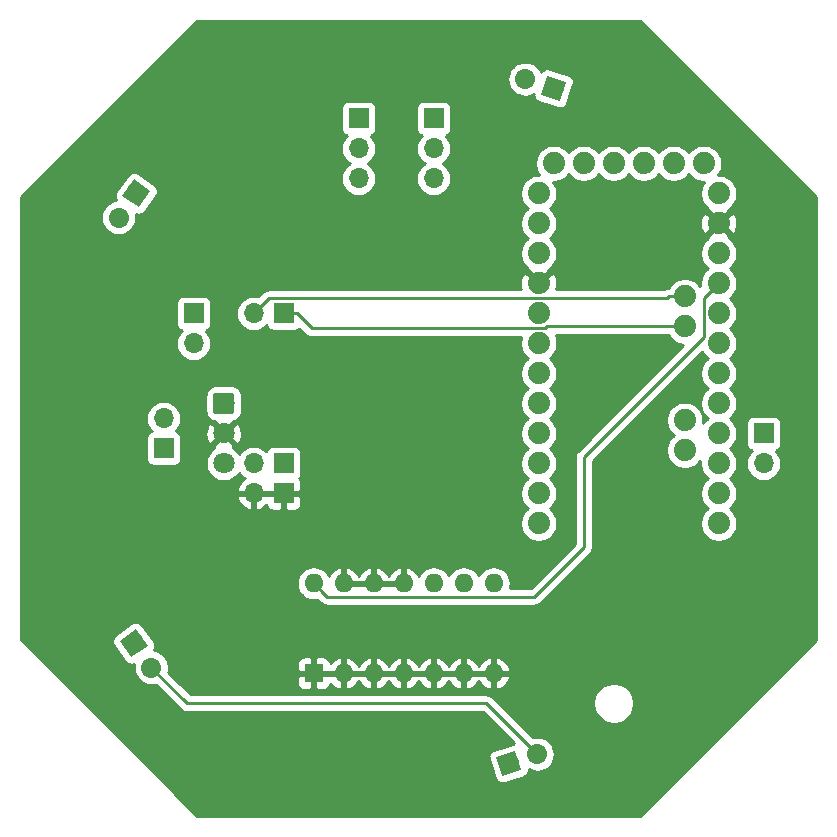
<source format=gtl>
G04 #@! TF.GenerationSoftware,KiCad,Pcbnew,(5.1.4)-1*
G04 #@! TF.CreationDate,2022-03-16T16:00:55+00:00*
G04 #@! TF.ProjectId,3Pi_IRComms_v2,3350695f-4952-4436-9f6d-6d735f76322e,rev?*
G04 #@! TF.SameCoordinates,Original*
G04 #@! TF.FileFunction,Copper,L1,Top*
G04 #@! TF.FilePolarity,Positive*
%FSLAX46Y46*%
G04 Gerber Fmt 4.6, Leading zero omitted, Abs format (unit mm)*
G04 Created by KiCad (PCBNEW (5.1.4)-1) date 2022-03-16 16:00:55*
%MOMM*%
%LPD*%
G04 APERTURE LIST*
%ADD10C,1.879600*%
%ADD11O,1.700000X1.700000*%
%ADD12R,1.700000X1.700000*%
%ADD13C,1.700000*%
%ADD14C,1.700000*%
%ADD15C,0.150000*%
%ADD16R,1.600000X1.600000*%
%ADD17O,1.600000X1.600000*%
%ADD18C,1.800000*%
%ADD19C,0.800000*%
%ADD20C,0.250000*%
%ADD21C,0.254000*%
G04 APERTURE END LIST*
D10*
X121920000Y-69850000D03*
X127000000Y-69850000D03*
X124460000Y-69850000D03*
X129540000Y-69850000D03*
X119380000Y-69850000D03*
X116840000Y-69850000D03*
X127952500Y-91597480D03*
X127952500Y-94137480D03*
X127952500Y-81122520D03*
X127952500Y-83662520D03*
X130810000Y-72390000D03*
X130810000Y-74930000D03*
X130810000Y-77470000D03*
X130810000Y-80010000D03*
X130810000Y-82550000D03*
X130810000Y-85090000D03*
X130810000Y-87630000D03*
X130810000Y-90170000D03*
X130810000Y-92710000D03*
X130810000Y-95250000D03*
X130810000Y-97790000D03*
X130810000Y-100330000D03*
X115570000Y-100330000D03*
X115570000Y-97790000D03*
X115570000Y-95250000D03*
X115570000Y-92710000D03*
X115570000Y-90170000D03*
X115570000Y-87630000D03*
X115570000Y-85090000D03*
X115570000Y-82550000D03*
X115570000Y-80010000D03*
X115570000Y-77470000D03*
X115570000Y-74930000D03*
X115570000Y-72390000D03*
D11*
X91440000Y-82550000D03*
D12*
X93980000Y-82550000D03*
D11*
X134620000Y-95250000D03*
D12*
X134620000Y-92710000D03*
D11*
X86360000Y-85090000D03*
D12*
X86360000Y-82550000D03*
D13*
X80010000Y-74444903D03*
D14*
X80010000Y-74444903D02*
X80010000Y-74444903D01*
D13*
X81502975Y-72390000D03*
D15*
G36*
X80315693Y-72578047D02*
G01*
X81314928Y-71202718D01*
X82690257Y-72201953D01*
X81691022Y-73577282D01*
X80315693Y-72578047D01*
X80315693Y-72578047D01*
G37*
D16*
X96520000Y-113030000D03*
D17*
X111760000Y-105410000D03*
X99060000Y-113030000D03*
X109220000Y-105410000D03*
X101600000Y-113030000D03*
X106680000Y-105410000D03*
X104140000Y-113030000D03*
X104140000Y-105410000D03*
X106680000Y-113030000D03*
X101600000Y-105410000D03*
X109220000Y-113030000D03*
X99060000Y-105410000D03*
X111760000Y-113030000D03*
X96520000Y-105410000D03*
D15*
G36*
X89575947Y-89271196D02*
G01*
X89600060Y-89274773D01*
X89623707Y-89280696D01*
X89646659Y-89288908D01*
X89668695Y-89299331D01*
X89689604Y-89311863D01*
X89709183Y-89326384D01*
X89727245Y-89342755D01*
X89743616Y-89360817D01*
X89758137Y-89380396D01*
X89770669Y-89401305D01*
X89781092Y-89423341D01*
X89789304Y-89446293D01*
X89795227Y-89469940D01*
X89798804Y-89494053D01*
X89800000Y-89518400D01*
X89800000Y-90821600D01*
X89798804Y-90845947D01*
X89795227Y-90870060D01*
X89789304Y-90893707D01*
X89781092Y-90916659D01*
X89770669Y-90938695D01*
X89758137Y-90959604D01*
X89743616Y-90979183D01*
X89727245Y-90997245D01*
X89709183Y-91013616D01*
X89689604Y-91028137D01*
X89668695Y-91040669D01*
X89646659Y-91051092D01*
X89623707Y-91059304D01*
X89600060Y-91065227D01*
X89575947Y-91068804D01*
X89551600Y-91070000D01*
X88248400Y-91070000D01*
X88224053Y-91068804D01*
X88199940Y-91065227D01*
X88176293Y-91059304D01*
X88153341Y-91051092D01*
X88131305Y-91040669D01*
X88110396Y-91028137D01*
X88090817Y-91013616D01*
X88072755Y-90997245D01*
X88056384Y-90979183D01*
X88041863Y-90959604D01*
X88029331Y-90938695D01*
X88018908Y-90916659D01*
X88010696Y-90893707D01*
X88004773Y-90870060D01*
X88001196Y-90845947D01*
X88000000Y-90821600D01*
X88000000Y-89518400D01*
X88001196Y-89494053D01*
X88004773Y-89469940D01*
X88010696Y-89446293D01*
X88018908Y-89423341D01*
X88029331Y-89401305D01*
X88041863Y-89380396D01*
X88056384Y-89360817D01*
X88072755Y-89342755D01*
X88090817Y-89326384D01*
X88110396Y-89311863D01*
X88131305Y-89299331D01*
X88153341Y-89288908D01*
X88176293Y-89280696D01*
X88199940Y-89274773D01*
X88224053Y-89271196D01*
X88248400Y-89270000D01*
X89551600Y-89270000D01*
X89575947Y-89271196D01*
X89575947Y-89271196D01*
G37*
D18*
X88900000Y-90170000D03*
X88900000Y-92710000D03*
X88900000Y-95250000D03*
D11*
X91440000Y-97790000D03*
D12*
X93980000Y-97790000D03*
D11*
X100330000Y-71120000D03*
X100330000Y-68580000D03*
D12*
X100330000Y-66040000D03*
D13*
X82772975Y-112544903D03*
D14*
X82772975Y-112544903D02*
X82772975Y-112544903D01*
D13*
X81280000Y-110490000D03*
D15*
G36*
X81091953Y-111677282D02*
G01*
X80092718Y-110301953D01*
X81468047Y-109302718D01*
X82467282Y-110678047D01*
X81091953Y-111677282D01*
X81091953Y-111677282D01*
G37*
D11*
X106680000Y-71120000D03*
X106680000Y-68580000D03*
D12*
X106680000Y-66040000D03*
D11*
X83820000Y-91440000D03*
D12*
X83820000Y-93980000D03*
D13*
X114424316Y-62715097D03*
D14*
X114424316Y-62715097D02*
X114424316Y-62715097D01*
D13*
X116840000Y-63500000D03*
D15*
G36*
X116294266Y-62428938D02*
G01*
X117911062Y-62954266D01*
X117385734Y-64571062D01*
X115768938Y-64045734D01*
X116294266Y-62428938D01*
X116294266Y-62428938D01*
G37*
D13*
X115445684Y-119865097D03*
D14*
X115445684Y-119865097D02*
X115445684Y-119865097D01*
D13*
X113030000Y-120650000D03*
D15*
G36*
X114101062Y-121195734D02*
G01*
X112484266Y-121721062D01*
X111958938Y-120104266D01*
X113575734Y-119578938D01*
X114101062Y-121195734D01*
X114101062Y-121195734D01*
G37*
D11*
X91440000Y-95250000D03*
D12*
X93980000Y-95250000D03*
D19*
X85344000Y-64008000D03*
X132842000Y-74930000D03*
X87630000Y-104140000D03*
X101600000Y-119380000D03*
X93980000Y-66040000D03*
X77470000Y-106680000D03*
X99059501Y-98044499D03*
D20*
X115445684Y-119865097D02*
X111150587Y-115570000D01*
X85798072Y-115570000D02*
X82772975Y-112544903D01*
X111150587Y-115570000D02*
X85798072Y-115570000D01*
X129545199Y-81274801D02*
X129545199Y-84576801D01*
X130810000Y-80010000D02*
X129545199Y-81274801D01*
X129545199Y-84576801D02*
X119380000Y-94742000D01*
X119380000Y-94742000D02*
X119380000Y-102362000D01*
X97319999Y-106209999D02*
X96520000Y-105410000D01*
X97645001Y-106535001D02*
X97319999Y-106209999D01*
X115206999Y-106535001D02*
X97645001Y-106535001D01*
X119380000Y-102362000D02*
X115206999Y-106535001D01*
X92289999Y-81700001D02*
X91440000Y-82550000D01*
X92704801Y-81285199D02*
X92289999Y-81700001D01*
X126460744Y-81285199D02*
X92704801Y-81285199D01*
X126623423Y-81122520D02*
X126460744Y-81285199D01*
X127952500Y-81122520D02*
X126623423Y-81122520D01*
X116235480Y-83662520D02*
X116078000Y-83820000D01*
X127952500Y-83662520D02*
X116235480Y-83662520D01*
X95080000Y-82550000D02*
X93980000Y-82550000D01*
X96350000Y-83820000D02*
X95080000Y-82550000D01*
X116078000Y-83820000D02*
X96350000Y-83820000D01*
D21*
G36*
X139040000Y-72663381D02*
G01*
X139040001Y-110216618D01*
X124186620Y-125070000D01*
X86633381Y-125070000D01*
X71890385Y-110327004D01*
X79455138Y-110327004D01*
X79472276Y-110450908D01*
X79513257Y-110569088D01*
X79576507Y-110677002D01*
X80575742Y-112052331D01*
X80658829Y-112145833D01*
X80758561Y-112221328D01*
X80871105Y-112275916D01*
X80992137Y-112307498D01*
X81117004Y-112314862D01*
X81240908Y-112297724D01*
X81307406Y-112274665D01*
X81280790Y-112544903D01*
X81309462Y-112836014D01*
X81394376Y-113115937D01*
X81532269Y-113373917D01*
X81717841Y-113600037D01*
X81943961Y-113785609D01*
X82201941Y-113923502D01*
X82481864Y-114008416D01*
X82700025Y-114029903D01*
X82845925Y-114029903D01*
X83064086Y-114008416D01*
X83138971Y-113985700D01*
X85234272Y-116081002D01*
X85258071Y-116110001D01*
X85373796Y-116204974D01*
X85505825Y-116275546D01*
X85649086Y-116319003D01*
X85760739Y-116330000D01*
X85760748Y-116330000D01*
X85798071Y-116333676D01*
X85835394Y-116330000D01*
X110835786Y-116330000D01*
X113460009Y-118954225D01*
X113378559Y-118972095D01*
X111761763Y-119497423D01*
X111647163Y-119547551D01*
X111544544Y-119619072D01*
X111457849Y-119709239D01*
X111390412Y-119814587D01*
X111344822Y-119931067D01*
X111322833Y-120054203D01*
X111325289Y-120179263D01*
X111352095Y-120301441D01*
X111877423Y-121918237D01*
X111927551Y-122032837D01*
X111999072Y-122135456D01*
X112089239Y-122222151D01*
X112194587Y-122289588D01*
X112311067Y-122335178D01*
X112434203Y-122357167D01*
X112559263Y-122354711D01*
X112681441Y-122327905D01*
X114298237Y-121802577D01*
X114412837Y-121752449D01*
X114515456Y-121680928D01*
X114602151Y-121590761D01*
X114669588Y-121485413D01*
X114715178Y-121368933D01*
X114737167Y-121245797D01*
X114735667Y-121169408D01*
X114874650Y-121243696D01*
X115154573Y-121328610D01*
X115372734Y-121350097D01*
X115518634Y-121350097D01*
X115736795Y-121328610D01*
X116016718Y-121243696D01*
X116274698Y-121105803D01*
X116500818Y-120920231D01*
X116686390Y-120694111D01*
X116824283Y-120436131D01*
X116909197Y-120156208D01*
X116937869Y-119865097D01*
X116909197Y-119573986D01*
X116824283Y-119294063D01*
X116686390Y-119036083D01*
X116500818Y-118809963D01*
X116274698Y-118624391D01*
X116016718Y-118486498D01*
X115736795Y-118401584D01*
X115518634Y-118380097D01*
X115372734Y-118380097D01*
X115154573Y-118401584D01*
X115079689Y-118424300D01*
X112054506Y-115399117D01*
X120185000Y-115399117D01*
X120185000Y-115740883D01*
X120251675Y-116076081D01*
X120382463Y-116391831D01*
X120572337Y-116675998D01*
X120814002Y-116917663D01*
X121098169Y-117107537D01*
X121413919Y-117238325D01*
X121749117Y-117305000D01*
X122090883Y-117305000D01*
X122426081Y-117238325D01*
X122741831Y-117107537D01*
X123025998Y-116917663D01*
X123267663Y-116675998D01*
X123457537Y-116391831D01*
X123588325Y-116076081D01*
X123655000Y-115740883D01*
X123655000Y-115399117D01*
X123588325Y-115063919D01*
X123457537Y-114748169D01*
X123267663Y-114464002D01*
X123025998Y-114222337D01*
X122741831Y-114032463D01*
X122426081Y-113901675D01*
X122090883Y-113835000D01*
X121749117Y-113835000D01*
X121413919Y-113901675D01*
X121098169Y-114032463D01*
X120814002Y-114222337D01*
X120572337Y-114464002D01*
X120382463Y-114748169D01*
X120251675Y-115063919D01*
X120185000Y-115399117D01*
X112054506Y-115399117D01*
X111714391Y-115059003D01*
X111690588Y-115029999D01*
X111574863Y-114935026D01*
X111442834Y-114864454D01*
X111299573Y-114820997D01*
X111187920Y-114810000D01*
X111187909Y-114810000D01*
X111150587Y-114806324D01*
X111113265Y-114810000D01*
X86112874Y-114810000D01*
X85132874Y-113830000D01*
X95081928Y-113830000D01*
X95094188Y-113954482D01*
X95130498Y-114074180D01*
X95189463Y-114184494D01*
X95268815Y-114281185D01*
X95365506Y-114360537D01*
X95475820Y-114419502D01*
X95595518Y-114455812D01*
X95720000Y-114468072D01*
X96234250Y-114465000D01*
X96393000Y-114306250D01*
X96393000Y-113157000D01*
X96647000Y-113157000D01*
X96647000Y-114306250D01*
X96805750Y-114465000D01*
X97320000Y-114468072D01*
X97444482Y-114455812D01*
X97564180Y-114419502D01*
X97674494Y-114360537D01*
X97771185Y-114281185D01*
X97850537Y-114184494D01*
X97909502Y-114074180D01*
X97945812Y-113954482D01*
X97948231Y-113929920D01*
X98096586Y-114093519D01*
X98322580Y-114261037D01*
X98576913Y-114381246D01*
X98710961Y-114421904D01*
X98933000Y-114299915D01*
X98933000Y-113157000D01*
X99187000Y-113157000D01*
X99187000Y-114299915D01*
X99409039Y-114421904D01*
X99543087Y-114381246D01*
X99797420Y-114261037D01*
X100023414Y-114093519D01*
X100212385Y-113885131D01*
X100330000Y-113689018D01*
X100447615Y-113885131D01*
X100636586Y-114093519D01*
X100862580Y-114261037D01*
X101116913Y-114381246D01*
X101250961Y-114421904D01*
X101473000Y-114299915D01*
X101473000Y-113157000D01*
X101727000Y-113157000D01*
X101727000Y-114299915D01*
X101949039Y-114421904D01*
X102083087Y-114381246D01*
X102337420Y-114261037D01*
X102563414Y-114093519D01*
X102752385Y-113885131D01*
X102870000Y-113689018D01*
X102987615Y-113885131D01*
X103176586Y-114093519D01*
X103402580Y-114261037D01*
X103656913Y-114381246D01*
X103790961Y-114421904D01*
X104013000Y-114299915D01*
X104013000Y-113157000D01*
X104267000Y-113157000D01*
X104267000Y-114299915D01*
X104489039Y-114421904D01*
X104623087Y-114381246D01*
X104877420Y-114261037D01*
X105103414Y-114093519D01*
X105292385Y-113885131D01*
X105410000Y-113689018D01*
X105527615Y-113885131D01*
X105716586Y-114093519D01*
X105942580Y-114261037D01*
X106196913Y-114381246D01*
X106330961Y-114421904D01*
X106553000Y-114299915D01*
X106553000Y-113157000D01*
X106807000Y-113157000D01*
X106807000Y-114299915D01*
X107029039Y-114421904D01*
X107163087Y-114381246D01*
X107417420Y-114261037D01*
X107643414Y-114093519D01*
X107832385Y-113885131D01*
X107950000Y-113689018D01*
X108067615Y-113885131D01*
X108256586Y-114093519D01*
X108482580Y-114261037D01*
X108736913Y-114381246D01*
X108870961Y-114421904D01*
X109093000Y-114299915D01*
X109093000Y-113157000D01*
X109347000Y-113157000D01*
X109347000Y-114299915D01*
X109569039Y-114421904D01*
X109703087Y-114381246D01*
X109957420Y-114261037D01*
X110183414Y-114093519D01*
X110372385Y-113885131D01*
X110490000Y-113689018D01*
X110607615Y-113885131D01*
X110796586Y-114093519D01*
X111022580Y-114261037D01*
X111276913Y-114381246D01*
X111410961Y-114421904D01*
X111633000Y-114299915D01*
X111633000Y-113157000D01*
X111887000Y-113157000D01*
X111887000Y-114299915D01*
X112109039Y-114421904D01*
X112243087Y-114381246D01*
X112497420Y-114261037D01*
X112723414Y-114093519D01*
X112912385Y-113885131D01*
X113057070Y-113643881D01*
X113151909Y-113379040D01*
X113030624Y-113157000D01*
X111887000Y-113157000D01*
X111633000Y-113157000D01*
X109347000Y-113157000D01*
X109093000Y-113157000D01*
X106807000Y-113157000D01*
X106553000Y-113157000D01*
X104267000Y-113157000D01*
X104013000Y-113157000D01*
X101727000Y-113157000D01*
X101473000Y-113157000D01*
X99187000Y-113157000D01*
X98933000Y-113157000D01*
X96647000Y-113157000D01*
X96393000Y-113157000D01*
X95243750Y-113157000D01*
X95085000Y-113315750D01*
X95081928Y-113830000D01*
X85132874Y-113830000D01*
X84213772Y-112910899D01*
X84236488Y-112836014D01*
X84265160Y-112544903D01*
X84236488Y-112253792D01*
X84229271Y-112230000D01*
X95081928Y-112230000D01*
X95085000Y-112744250D01*
X95243750Y-112903000D01*
X96393000Y-112903000D01*
X96393000Y-111753750D01*
X96647000Y-111753750D01*
X96647000Y-112903000D01*
X98933000Y-112903000D01*
X98933000Y-111760085D01*
X99187000Y-111760085D01*
X99187000Y-112903000D01*
X101473000Y-112903000D01*
X101473000Y-111760085D01*
X101727000Y-111760085D01*
X101727000Y-112903000D01*
X104013000Y-112903000D01*
X104013000Y-111760085D01*
X104267000Y-111760085D01*
X104267000Y-112903000D01*
X106553000Y-112903000D01*
X106553000Y-111760085D01*
X106807000Y-111760085D01*
X106807000Y-112903000D01*
X109093000Y-112903000D01*
X109093000Y-111760085D01*
X109347000Y-111760085D01*
X109347000Y-112903000D01*
X111633000Y-112903000D01*
X111633000Y-111760085D01*
X111887000Y-111760085D01*
X111887000Y-112903000D01*
X113030624Y-112903000D01*
X113151909Y-112680960D01*
X113057070Y-112416119D01*
X112912385Y-112174869D01*
X112723414Y-111966481D01*
X112497420Y-111798963D01*
X112243087Y-111678754D01*
X112109039Y-111638096D01*
X111887000Y-111760085D01*
X111633000Y-111760085D01*
X111410961Y-111638096D01*
X111276913Y-111678754D01*
X111022580Y-111798963D01*
X110796586Y-111966481D01*
X110607615Y-112174869D01*
X110490000Y-112370982D01*
X110372385Y-112174869D01*
X110183414Y-111966481D01*
X109957420Y-111798963D01*
X109703087Y-111678754D01*
X109569039Y-111638096D01*
X109347000Y-111760085D01*
X109093000Y-111760085D01*
X108870961Y-111638096D01*
X108736913Y-111678754D01*
X108482580Y-111798963D01*
X108256586Y-111966481D01*
X108067615Y-112174869D01*
X107950000Y-112370982D01*
X107832385Y-112174869D01*
X107643414Y-111966481D01*
X107417420Y-111798963D01*
X107163087Y-111678754D01*
X107029039Y-111638096D01*
X106807000Y-111760085D01*
X106553000Y-111760085D01*
X106330961Y-111638096D01*
X106196913Y-111678754D01*
X105942580Y-111798963D01*
X105716586Y-111966481D01*
X105527615Y-112174869D01*
X105410000Y-112370982D01*
X105292385Y-112174869D01*
X105103414Y-111966481D01*
X104877420Y-111798963D01*
X104623087Y-111678754D01*
X104489039Y-111638096D01*
X104267000Y-111760085D01*
X104013000Y-111760085D01*
X103790961Y-111638096D01*
X103656913Y-111678754D01*
X103402580Y-111798963D01*
X103176586Y-111966481D01*
X102987615Y-112174869D01*
X102870000Y-112370982D01*
X102752385Y-112174869D01*
X102563414Y-111966481D01*
X102337420Y-111798963D01*
X102083087Y-111678754D01*
X101949039Y-111638096D01*
X101727000Y-111760085D01*
X101473000Y-111760085D01*
X101250961Y-111638096D01*
X101116913Y-111678754D01*
X100862580Y-111798963D01*
X100636586Y-111966481D01*
X100447615Y-112174869D01*
X100330000Y-112370982D01*
X100212385Y-112174869D01*
X100023414Y-111966481D01*
X99797420Y-111798963D01*
X99543087Y-111678754D01*
X99409039Y-111638096D01*
X99187000Y-111760085D01*
X98933000Y-111760085D01*
X98710961Y-111638096D01*
X98576913Y-111678754D01*
X98322580Y-111798963D01*
X98096586Y-111966481D01*
X97948231Y-112130080D01*
X97945812Y-112105518D01*
X97909502Y-111985820D01*
X97850537Y-111875506D01*
X97771185Y-111778815D01*
X97674494Y-111699463D01*
X97564180Y-111640498D01*
X97444482Y-111604188D01*
X97320000Y-111591928D01*
X96805750Y-111595000D01*
X96647000Y-111753750D01*
X96393000Y-111753750D01*
X96234250Y-111595000D01*
X95720000Y-111591928D01*
X95595518Y-111604188D01*
X95475820Y-111640498D01*
X95365506Y-111699463D01*
X95268815Y-111778815D01*
X95189463Y-111875506D01*
X95130498Y-111985820D01*
X95094188Y-112105518D01*
X95081928Y-112230000D01*
X84229271Y-112230000D01*
X84151574Y-111973869D01*
X84013681Y-111715889D01*
X83828109Y-111489769D01*
X83601989Y-111304197D01*
X83344009Y-111166304D01*
X83064086Y-111081390D01*
X82965711Y-111071701D01*
X83011328Y-111011439D01*
X83065916Y-110898895D01*
X83097498Y-110777863D01*
X83104862Y-110652996D01*
X83087724Y-110529092D01*
X83046743Y-110410912D01*
X82983493Y-110302998D01*
X81984258Y-108927669D01*
X81901171Y-108834167D01*
X81801439Y-108758672D01*
X81688895Y-108704084D01*
X81567863Y-108672502D01*
X81442996Y-108665138D01*
X81319092Y-108682276D01*
X81200912Y-108723257D01*
X81092998Y-108786507D01*
X79717669Y-109785742D01*
X79624167Y-109868829D01*
X79548672Y-109968561D01*
X79494084Y-110081105D01*
X79462502Y-110202137D01*
X79455138Y-110327004D01*
X71890385Y-110327004D01*
X71780000Y-110216620D01*
X71780000Y-98146891D01*
X89998519Y-98146891D01*
X90095843Y-98421252D01*
X90244822Y-98671355D01*
X90439731Y-98887588D01*
X90673080Y-99061641D01*
X90935901Y-99186825D01*
X91083110Y-99231476D01*
X91313000Y-99110155D01*
X91313000Y-97917000D01*
X91567000Y-97917000D01*
X91567000Y-99110155D01*
X91796890Y-99231476D01*
X91944099Y-99186825D01*
X92206920Y-99061641D01*
X92440269Y-98887588D01*
X92516034Y-98803534D01*
X92540498Y-98884180D01*
X92599463Y-98994494D01*
X92678815Y-99091185D01*
X92775506Y-99170537D01*
X92885820Y-99229502D01*
X93005518Y-99265812D01*
X93130000Y-99278072D01*
X93694250Y-99275000D01*
X93853000Y-99116250D01*
X93853000Y-97917000D01*
X94107000Y-97917000D01*
X94107000Y-99116250D01*
X94265750Y-99275000D01*
X94830000Y-99278072D01*
X94954482Y-99265812D01*
X95074180Y-99229502D01*
X95184494Y-99170537D01*
X95281185Y-99091185D01*
X95360537Y-98994494D01*
X95419502Y-98884180D01*
X95455812Y-98764482D01*
X95468072Y-98640000D01*
X95465000Y-98075750D01*
X95306250Y-97917000D01*
X94107000Y-97917000D01*
X93853000Y-97917000D01*
X91567000Y-97917000D01*
X91313000Y-97917000D01*
X90119186Y-97917000D01*
X89998519Y-98146891D01*
X71780000Y-98146891D01*
X71780000Y-91440000D01*
X82327815Y-91440000D01*
X82356487Y-91731111D01*
X82441401Y-92011034D01*
X82579294Y-92269014D01*
X82764866Y-92495134D01*
X82794687Y-92519607D01*
X82725820Y-92540498D01*
X82615506Y-92599463D01*
X82518815Y-92678815D01*
X82439463Y-92775506D01*
X82380498Y-92885820D01*
X82344188Y-93005518D01*
X82331928Y-93130000D01*
X82331928Y-94830000D01*
X82344188Y-94954482D01*
X82380498Y-95074180D01*
X82439463Y-95184494D01*
X82518815Y-95281185D01*
X82615506Y-95360537D01*
X82725820Y-95419502D01*
X82845518Y-95455812D01*
X82970000Y-95468072D01*
X84670000Y-95468072D01*
X84794482Y-95455812D01*
X84914180Y-95419502D01*
X85024494Y-95360537D01*
X85121185Y-95281185D01*
X85200537Y-95184494D01*
X85246333Y-95098816D01*
X87365000Y-95098816D01*
X87365000Y-95401184D01*
X87423989Y-95697743D01*
X87539701Y-95977095D01*
X87707688Y-96228505D01*
X87921495Y-96442312D01*
X88172905Y-96610299D01*
X88452257Y-96726011D01*
X88748816Y-96785000D01*
X89051184Y-96785000D01*
X89347743Y-96726011D01*
X89627095Y-96610299D01*
X89878505Y-96442312D01*
X90092312Y-96228505D01*
X90196141Y-96073115D01*
X90199294Y-96079014D01*
X90384866Y-96305134D01*
X90610986Y-96490706D01*
X90668756Y-96521584D01*
X90439731Y-96692412D01*
X90244822Y-96908645D01*
X90095843Y-97158748D01*
X89998519Y-97433109D01*
X90119186Y-97663000D01*
X91313000Y-97663000D01*
X91313000Y-97643000D01*
X91567000Y-97643000D01*
X91567000Y-97663000D01*
X93853000Y-97663000D01*
X93853000Y-97643000D01*
X94107000Y-97643000D01*
X94107000Y-97663000D01*
X95306250Y-97663000D01*
X95465000Y-97504250D01*
X95468072Y-96940000D01*
X95455812Y-96815518D01*
X95419502Y-96695820D01*
X95360537Y-96585506D01*
X95306778Y-96520000D01*
X95360537Y-96454494D01*
X95419502Y-96344180D01*
X95455812Y-96224482D01*
X95468072Y-96100000D01*
X95468072Y-94400000D01*
X95455812Y-94275518D01*
X95419502Y-94155820D01*
X95360537Y-94045506D01*
X95281185Y-93948815D01*
X95184494Y-93869463D01*
X95074180Y-93810498D01*
X94954482Y-93774188D01*
X94830000Y-93761928D01*
X93130000Y-93761928D01*
X93005518Y-93774188D01*
X92885820Y-93810498D01*
X92775506Y-93869463D01*
X92678815Y-93948815D01*
X92599463Y-94045506D01*
X92540498Y-94155820D01*
X92519607Y-94224687D01*
X92495134Y-94194866D01*
X92269014Y-94009294D01*
X92011034Y-93871401D01*
X91731111Y-93786487D01*
X91512950Y-93765000D01*
X91367050Y-93765000D01*
X91148889Y-93786487D01*
X90868966Y-93871401D01*
X90610986Y-94009294D01*
X90384866Y-94194866D01*
X90199294Y-94420986D01*
X90196141Y-94426885D01*
X90092312Y-94271495D01*
X89878505Y-94057688D01*
X89724895Y-93955049D01*
X89784475Y-93774080D01*
X88900000Y-92889605D01*
X88015525Y-93774080D01*
X88075105Y-93955049D01*
X87921495Y-94057688D01*
X87707688Y-94271495D01*
X87539701Y-94522905D01*
X87423989Y-94802257D01*
X87365000Y-95098816D01*
X85246333Y-95098816D01*
X85259502Y-95074180D01*
X85295812Y-94954482D01*
X85308072Y-94830000D01*
X85308072Y-93130000D01*
X85295812Y-93005518D01*
X85259502Y-92885820D01*
X85201097Y-92776553D01*
X87359009Y-92776553D01*
X87401603Y-93075907D01*
X87501778Y-93361199D01*
X87581739Y-93510792D01*
X87835920Y-93594475D01*
X88720395Y-92710000D01*
X89079605Y-92710000D01*
X89964080Y-93594475D01*
X90218261Y-93510792D01*
X90349158Y-93238225D01*
X90424365Y-92945358D01*
X90440991Y-92643447D01*
X90398397Y-92344093D01*
X90298222Y-92058801D01*
X90218261Y-91909208D01*
X89964080Y-91825525D01*
X89079605Y-92710000D01*
X88720395Y-92710000D01*
X87835920Y-91825525D01*
X87581739Y-91909208D01*
X87450842Y-92181775D01*
X87375635Y-92474642D01*
X87359009Y-92776553D01*
X85201097Y-92776553D01*
X85200537Y-92775506D01*
X85121185Y-92678815D01*
X85024494Y-92599463D01*
X84914180Y-92540498D01*
X84845313Y-92519607D01*
X84875134Y-92495134D01*
X85060706Y-92269014D01*
X85198599Y-92011034D01*
X85283513Y-91731111D01*
X85312185Y-91440000D01*
X85283513Y-91148889D01*
X85198599Y-90868966D01*
X85060706Y-90610986D01*
X84875134Y-90384866D01*
X84649014Y-90199294D01*
X84391034Y-90061401D01*
X84111111Y-89976487D01*
X83892950Y-89955000D01*
X83747050Y-89955000D01*
X83528889Y-89976487D01*
X83248966Y-90061401D01*
X82990986Y-90199294D01*
X82764866Y-90384866D01*
X82579294Y-90610986D01*
X82441401Y-90868966D01*
X82356487Y-91148889D01*
X82327815Y-91440000D01*
X71780000Y-91440000D01*
X71780000Y-89518400D01*
X87361928Y-89518400D01*
X87361928Y-90821600D01*
X87378961Y-90994542D01*
X87429407Y-91160838D01*
X87511325Y-91314097D01*
X87621570Y-91448430D01*
X87755903Y-91558675D01*
X87909162Y-91640593D01*
X88054193Y-91684588D01*
X88900000Y-92530395D01*
X89745807Y-91684588D01*
X89890838Y-91640593D01*
X90044097Y-91558675D01*
X90178430Y-91448430D01*
X90288675Y-91314097D01*
X90370593Y-91160838D01*
X90421039Y-90994542D01*
X90438072Y-90821600D01*
X90438072Y-89518400D01*
X90421039Y-89345458D01*
X90370593Y-89179162D01*
X90288675Y-89025903D01*
X90178430Y-88891570D01*
X90044097Y-88781325D01*
X89890838Y-88699407D01*
X89724542Y-88648961D01*
X89551600Y-88631928D01*
X88248400Y-88631928D01*
X88075458Y-88648961D01*
X87909162Y-88699407D01*
X87755903Y-88781325D01*
X87621570Y-88891570D01*
X87511325Y-89025903D01*
X87429407Y-89179162D01*
X87378961Y-89345458D01*
X87361928Y-89518400D01*
X71780000Y-89518400D01*
X71780000Y-85090000D01*
X84867815Y-85090000D01*
X84896487Y-85381111D01*
X84981401Y-85661034D01*
X85119294Y-85919014D01*
X85304866Y-86145134D01*
X85530986Y-86330706D01*
X85788966Y-86468599D01*
X86068889Y-86553513D01*
X86287050Y-86575000D01*
X86432950Y-86575000D01*
X86651111Y-86553513D01*
X86931034Y-86468599D01*
X87189014Y-86330706D01*
X87415134Y-86145134D01*
X87600706Y-85919014D01*
X87738599Y-85661034D01*
X87823513Y-85381111D01*
X87852185Y-85090000D01*
X87823513Y-84798889D01*
X87738599Y-84518966D01*
X87600706Y-84260986D01*
X87415134Y-84034866D01*
X87385313Y-84010393D01*
X87454180Y-83989502D01*
X87564494Y-83930537D01*
X87661185Y-83851185D01*
X87740537Y-83754494D01*
X87799502Y-83644180D01*
X87835812Y-83524482D01*
X87848072Y-83400000D01*
X87848072Y-82550000D01*
X89947815Y-82550000D01*
X89976487Y-82841111D01*
X90061401Y-83121034D01*
X90199294Y-83379014D01*
X90384866Y-83605134D01*
X90610986Y-83790706D01*
X90868966Y-83928599D01*
X91148889Y-84013513D01*
X91367050Y-84035000D01*
X91512950Y-84035000D01*
X91731111Y-84013513D01*
X92011034Y-83928599D01*
X92269014Y-83790706D01*
X92495134Y-83605134D01*
X92519607Y-83575313D01*
X92540498Y-83644180D01*
X92599463Y-83754494D01*
X92678815Y-83851185D01*
X92775506Y-83930537D01*
X92885820Y-83989502D01*
X93005518Y-84025812D01*
X93130000Y-84038072D01*
X94830000Y-84038072D01*
X94954482Y-84025812D01*
X95074180Y-83989502D01*
X95184494Y-83930537D01*
X95281185Y-83851185D01*
X95292543Y-83837345D01*
X95786201Y-84331003D01*
X95809999Y-84360001D01*
X95925724Y-84454974D01*
X96057753Y-84525546D01*
X96201014Y-84569003D01*
X96312667Y-84580000D01*
X96312676Y-84580000D01*
X96349999Y-84583676D01*
X96387322Y-84580000D01*
X114076697Y-84580000D01*
X114055718Y-84630648D01*
X113995200Y-84934896D01*
X113995200Y-85245104D01*
X114055718Y-85549352D01*
X114174430Y-85835948D01*
X114346773Y-86093877D01*
X114566123Y-86313227D01*
X114636124Y-86360000D01*
X114566123Y-86406773D01*
X114346773Y-86626123D01*
X114174430Y-86884052D01*
X114055718Y-87170648D01*
X113995200Y-87474896D01*
X113995200Y-87785104D01*
X114055718Y-88089352D01*
X114174430Y-88375948D01*
X114346773Y-88633877D01*
X114566123Y-88853227D01*
X114636124Y-88900000D01*
X114566123Y-88946773D01*
X114346773Y-89166123D01*
X114174430Y-89424052D01*
X114055718Y-89710648D01*
X113995200Y-90014896D01*
X113995200Y-90325104D01*
X114055718Y-90629352D01*
X114174430Y-90915948D01*
X114346773Y-91173877D01*
X114566123Y-91393227D01*
X114636124Y-91440000D01*
X114566123Y-91486773D01*
X114346773Y-91706123D01*
X114174430Y-91964052D01*
X114055718Y-92250648D01*
X113995200Y-92554896D01*
X113995200Y-92865104D01*
X114055718Y-93169352D01*
X114174430Y-93455948D01*
X114346773Y-93713877D01*
X114566123Y-93933227D01*
X114636124Y-93980000D01*
X114566123Y-94026773D01*
X114346773Y-94246123D01*
X114174430Y-94504052D01*
X114055718Y-94790648D01*
X113995200Y-95094896D01*
X113995200Y-95405104D01*
X114055718Y-95709352D01*
X114174430Y-95995948D01*
X114346773Y-96253877D01*
X114566123Y-96473227D01*
X114636124Y-96520000D01*
X114566123Y-96566773D01*
X114346773Y-96786123D01*
X114174430Y-97044052D01*
X114055718Y-97330648D01*
X113995200Y-97634896D01*
X113995200Y-97945104D01*
X114055718Y-98249352D01*
X114174430Y-98535948D01*
X114346773Y-98793877D01*
X114566123Y-99013227D01*
X114636124Y-99060000D01*
X114566123Y-99106773D01*
X114346773Y-99326123D01*
X114174430Y-99584052D01*
X114055718Y-99870648D01*
X113995200Y-100174896D01*
X113995200Y-100485104D01*
X114055718Y-100789352D01*
X114174430Y-101075948D01*
X114346773Y-101333877D01*
X114566123Y-101553227D01*
X114824052Y-101725570D01*
X115110648Y-101844282D01*
X115414896Y-101904800D01*
X115725104Y-101904800D01*
X116029352Y-101844282D01*
X116315948Y-101725570D01*
X116573877Y-101553227D01*
X116793227Y-101333877D01*
X116965570Y-101075948D01*
X117084282Y-100789352D01*
X117144800Y-100485104D01*
X117144800Y-100174896D01*
X117084282Y-99870648D01*
X116965570Y-99584052D01*
X116793227Y-99326123D01*
X116573877Y-99106773D01*
X116503876Y-99060000D01*
X116573877Y-99013227D01*
X116793227Y-98793877D01*
X116965570Y-98535948D01*
X117084282Y-98249352D01*
X117144800Y-97945104D01*
X117144800Y-97634896D01*
X117084282Y-97330648D01*
X116965570Y-97044052D01*
X116793227Y-96786123D01*
X116573877Y-96566773D01*
X116503876Y-96520000D01*
X116573877Y-96473227D01*
X116793227Y-96253877D01*
X116965570Y-95995948D01*
X117084282Y-95709352D01*
X117144800Y-95405104D01*
X117144800Y-95094896D01*
X117084282Y-94790648D01*
X116965570Y-94504052D01*
X116793227Y-94246123D01*
X116573877Y-94026773D01*
X116503876Y-93980000D01*
X116573877Y-93933227D01*
X116793227Y-93713877D01*
X116965570Y-93455948D01*
X117084282Y-93169352D01*
X117144800Y-92865104D01*
X117144800Y-92554896D01*
X117084282Y-92250648D01*
X116965570Y-91964052D01*
X116793227Y-91706123D01*
X116573877Y-91486773D01*
X116503876Y-91440000D01*
X116573877Y-91393227D01*
X116793227Y-91173877D01*
X116965570Y-90915948D01*
X117084282Y-90629352D01*
X117144800Y-90325104D01*
X117144800Y-90014896D01*
X117084282Y-89710648D01*
X116965570Y-89424052D01*
X116793227Y-89166123D01*
X116573877Y-88946773D01*
X116503876Y-88900000D01*
X116573877Y-88853227D01*
X116793227Y-88633877D01*
X116965570Y-88375948D01*
X117084282Y-88089352D01*
X117144800Y-87785104D01*
X117144800Y-87474896D01*
X117084282Y-87170648D01*
X116965570Y-86884052D01*
X116793227Y-86626123D01*
X116573877Y-86406773D01*
X116503876Y-86360000D01*
X116573877Y-86313227D01*
X116793227Y-86093877D01*
X116965570Y-85835948D01*
X117084282Y-85549352D01*
X117144800Y-85245104D01*
X117144800Y-84934896D01*
X117084282Y-84630648D01*
X116998073Y-84422520D01*
X126566319Y-84422520D01*
X126729273Y-84666397D01*
X126948623Y-84885747D01*
X127206552Y-85058090D01*
X127493148Y-85176802D01*
X127797396Y-85237320D01*
X127809878Y-85237320D01*
X118869003Y-94178196D01*
X118839999Y-94201999D01*
X118803788Y-94246123D01*
X118745026Y-94317724D01*
X118701048Y-94400000D01*
X118674454Y-94449754D01*
X118630997Y-94593015D01*
X118620000Y-94704668D01*
X118620000Y-94704678D01*
X118616324Y-94742000D01*
X118620000Y-94779322D01*
X118620001Y-102047197D01*
X114892198Y-105775001D01*
X113148849Y-105775001D01*
X113174236Y-105691309D01*
X113201943Y-105410000D01*
X113174236Y-105128691D01*
X113092182Y-104858192D01*
X112958932Y-104608899D01*
X112779608Y-104390392D01*
X112561101Y-104211068D01*
X112311808Y-104077818D01*
X112041309Y-103995764D01*
X111830492Y-103975000D01*
X111689508Y-103975000D01*
X111478691Y-103995764D01*
X111208192Y-104077818D01*
X110958899Y-104211068D01*
X110740392Y-104390392D01*
X110561068Y-104608899D01*
X110490000Y-104741858D01*
X110418932Y-104608899D01*
X110239608Y-104390392D01*
X110021101Y-104211068D01*
X109771808Y-104077818D01*
X109501309Y-103995764D01*
X109290492Y-103975000D01*
X109149508Y-103975000D01*
X108938691Y-103995764D01*
X108668192Y-104077818D01*
X108418899Y-104211068D01*
X108200392Y-104390392D01*
X108021068Y-104608899D01*
X107950000Y-104741858D01*
X107878932Y-104608899D01*
X107699608Y-104390392D01*
X107481101Y-104211068D01*
X107231808Y-104077818D01*
X106961309Y-103995764D01*
X106750492Y-103975000D01*
X106609508Y-103975000D01*
X106398691Y-103995764D01*
X106128192Y-104077818D01*
X105878899Y-104211068D01*
X105660392Y-104390392D01*
X105481068Y-104608899D01*
X105407421Y-104746682D01*
X105292385Y-104554869D01*
X105103414Y-104346481D01*
X104877420Y-104178963D01*
X104623087Y-104058754D01*
X104489039Y-104018096D01*
X104267000Y-104140085D01*
X104267000Y-105283000D01*
X104287000Y-105283000D01*
X104287000Y-105537000D01*
X104267000Y-105537000D01*
X104267000Y-105557000D01*
X104013000Y-105557000D01*
X104013000Y-105537000D01*
X101727000Y-105537000D01*
X101727000Y-105557000D01*
X101473000Y-105557000D01*
X101473000Y-105537000D01*
X99187000Y-105537000D01*
X99187000Y-105557000D01*
X98933000Y-105557000D01*
X98933000Y-105537000D01*
X98913000Y-105537000D01*
X98913000Y-105283000D01*
X98933000Y-105283000D01*
X98933000Y-104140085D01*
X99187000Y-104140085D01*
X99187000Y-105283000D01*
X101473000Y-105283000D01*
X101473000Y-104140085D01*
X101727000Y-104140085D01*
X101727000Y-105283000D01*
X104013000Y-105283000D01*
X104013000Y-104140085D01*
X103790961Y-104018096D01*
X103656913Y-104058754D01*
X103402580Y-104178963D01*
X103176586Y-104346481D01*
X102987615Y-104554869D01*
X102870000Y-104750982D01*
X102752385Y-104554869D01*
X102563414Y-104346481D01*
X102337420Y-104178963D01*
X102083087Y-104058754D01*
X101949039Y-104018096D01*
X101727000Y-104140085D01*
X101473000Y-104140085D01*
X101250961Y-104018096D01*
X101116913Y-104058754D01*
X100862580Y-104178963D01*
X100636586Y-104346481D01*
X100447615Y-104554869D01*
X100330000Y-104750982D01*
X100212385Y-104554869D01*
X100023414Y-104346481D01*
X99797420Y-104178963D01*
X99543087Y-104058754D01*
X99409039Y-104018096D01*
X99187000Y-104140085D01*
X98933000Y-104140085D01*
X98710961Y-104018096D01*
X98576913Y-104058754D01*
X98322580Y-104178963D01*
X98096586Y-104346481D01*
X97907615Y-104554869D01*
X97792579Y-104746682D01*
X97718932Y-104608899D01*
X97539608Y-104390392D01*
X97321101Y-104211068D01*
X97071808Y-104077818D01*
X96801309Y-103995764D01*
X96590492Y-103975000D01*
X96449508Y-103975000D01*
X96238691Y-103995764D01*
X95968192Y-104077818D01*
X95718899Y-104211068D01*
X95500392Y-104390392D01*
X95321068Y-104608899D01*
X95187818Y-104858192D01*
X95105764Y-105128691D01*
X95078057Y-105410000D01*
X95105764Y-105691309D01*
X95187818Y-105961808D01*
X95321068Y-106211101D01*
X95500392Y-106429608D01*
X95718899Y-106608932D01*
X95968192Y-106742182D01*
X96238691Y-106824236D01*
X96449508Y-106845000D01*
X96590492Y-106845000D01*
X96801309Y-106824236D01*
X96845907Y-106810708D01*
X97081197Y-107045998D01*
X97105000Y-107075002D01*
X97220725Y-107169975D01*
X97352754Y-107240547D01*
X97496015Y-107284004D01*
X97607668Y-107295001D01*
X97607677Y-107295001D01*
X97645000Y-107298677D01*
X97682323Y-107295001D01*
X115169677Y-107295001D01*
X115206999Y-107298677D01*
X115244321Y-107295001D01*
X115244332Y-107295001D01*
X115355985Y-107284004D01*
X115499246Y-107240547D01*
X115631275Y-107169975D01*
X115747000Y-107075002D01*
X115770803Y-107045998D01*
X119891003Y-102925799D01*
X119920001Y-102902001D01*
X120014974Y-102786276D01*
X120085546Y-102654247D01*
X120129003Y-102510986D01*
X120140000Y-102399333D01*
X120143677Y-102362000D01*
X120140000Y-102324667D01*
X120140000Y-95056801D01*
X129398738Y-85798064D01*
X129414430Y-85835948D01*
X129586773Y-86093877D01*
X129806123Y-86313227D01*
X129876124Y-86360000D01*
X129806123Y-86406773D01*
X129586773Y-86626123D01*
X129414430Y-86884052D01*
X129295718Y-87170648D01*
X129235200Y-87474896D01*
X129235200Y-87785104D01*
X129295718Y-88089352D01*
X129414430Y-88375948D01*
X129586773Y-88633877D01*
X129806123Y-88853227D01*
X129876124Y-88900000D01*
X129806123Y-88946773D01*
X129586773Y-89166123D01*
X129414430Y-89424052D01*
X129295718Y-89710648D01*
X129235200Y-90014896D01*
X129235200Y-90325104D01*
X129295718Y-90629352D01*
X129414430Y-90915948D01*
X129586773Y-91173877D01*
X129806123Y-91393227D01*
X129876124Y-91440000D01*
X129806123Y-91486773D01*
X129586773Y-91706123D01*
X129515250Y-91813165D01*
X129527300Y-91752584D01*
X129527300Y-91442376D01*
X129466782Y-91138128D01*
X129348070Y-90851532D01*
X129175727Y-90593603D01*
X128956377Y-90374253D01*
X128698448Y-90201910D01*
X128411852Y-90083198D01*
X128107604Y-90022680D01*
X127797396Y-90022680D01*
X127493148Y-90083198D01*
X127206552Y-90201910D01*
X126948623Y-90374253D01*
X126729273Y-90593603D01*
X126556930Y-90851532D01*
X126438218Y-91138128D01*
X126377700Y-91442376D01*
X126377700Y-91752584D01*
X126438218Y-92056832D01*
X126556930Y-92343428D01*
X126729273Y-92601357D01*
X126948623Y-92820707D01*
X127018624Y-92867480D01*
X126948623Y-92914253D01*
X126729273Y-93133603D01*
X126556930Y-93391532D01*
X126438218Y-93678128D01*
X126377700Y-93982376D01*
X126377700Y-94292584D01*
X126438218Y-94596832D01*
X126556930Y-94883428D01*
X126729273Y-95141357D01*
X126948623Y-95360707D01*
X127206552Y-95533050D01*
X127493148Y-95651762D01*
X127797396Y-95712280D01*
X128107604Y-95712280D01*
X128411852Y-95651762D01*
X128698448Y-95533050D01*
X128956377Y-95360707D01*
X129175727Y-95141357D01*
X129247250Y-95034315D01*
X129235200Y-95094896D01*
X129235200Y-95405104D01*
X129295718Y-95709352D01*
X129414430Y-95995948D01*
X129586773Y-96253877D01*
X129806123Y-96473227D01*
X129876124Y-96520000D01*
X129806123Y-96566773D01*
X129586773Y-96786123D01*
X129414430Y-97044052D01*
X129295718Y-97330648D01*
X129235200Y-97634896D01*
X129235200Y-97945104D01*
X129295718Y-98249352D01*
X129414430Y-98535948D01*
X129586773Y-98793877D01*
X129806123Y-99013227D01*
X129876124Y-99060000D01*
X129806123Y-99106773D01*
X129586773Y-99326123D01*
X129414430Y-99584052D01*
X129295718Y-99870648D01*
X129235200Y-100174896D01*
X129235200Y-100485104D01*
X129295718Y-100789352D01*
X129414430Y-101075948D01*
X129586773Y-101333877D01*
X129806123Y-101553227D01*
X130064052Y-101725570D01*
X130350648Y-101844282D01*
X130654896Y-101904800D01*
X130965104Y-101904800D01*
X131269352Y-101844282D01*
X131555948Y-101725570D01*
X131813877Y-101553227D01*
X132033227Y-101333877D01*
X132205570Y-101075948D01*
X132324282Y-100789352D01*
X132384800Y-100485104D01*
X132384800Y-100174896D01*
X132324282Y-99870648D01*
X132205570Y-99584052D01*
X132033227Y-99326123D01*
X131813877Y-99106773D01*
X131743876Y-99060000D01*
X131813877Y-99013227D01*
X132033227Y-98793877D01*
X132205570Y-98535948D01*
X132324282Y-98249352D01*
X132384800Y-97945104D01*
X132384800Y-97634896D01*
X132324282Y-97330648D01*
X132205570Y-97044052D01*
X132033227Y-96786123D01*
X131813877Y-96566773D01*
X131743876Y-96520000D01*
X131813877Y-96473227D01*
X132033227Y-96253877D01*
X132205570Y-95995948D01*
X132324282Y-95709352D01*
X132384800Y-95405104D01*
X132384800Y-95250000D01*
X133127815Y-95250000D01*
X133156487Y-95541111D01*
X133241401Y-95821034D01*
X133379294Y-96079014D01*
X133564866Y-96305134D01*
X133790986Y-96490706D01*
X134048966Y-96628599D01*
X134328889Y-96713513D01*
X134547050Y-96735000D01*
X134692950Y-96735000D01*
X134911111Y-96713513D01*
X135191034Y-96628599D01*
X135449014Y-96490706D01*
X135675134Y-96305134D01*
X135860706Y-96079014D01*
X135998599Y-95821034D01*
X136083513Y-95541111D01*
X136112185Y-95250000D01*
X136083513Y-94958889D01*
X135998599Y-94678966D01*
X135860706Y-94420986D01*
X135675134Y-94194866D01*
X135645313Y-94170393D01*
X135714180Y-94149502D01*
X135824494Y-94090537D01*
X135921185Y-94011185D01*
X136000537Y-93914494D01*
X136059502Y-93804180D01*
X136095812Y-93684482D01*
X136108072Y-93560000D01*
X136108072Y-91860000D01*
X136095812Y-91735518D01*
X136059502Y-91615820D01*
X136000537Y-91505506D01*
X135921185Y-91408815D01*
X135824494Y-91329463D01*
X135714180Y-91270498D01*
X135594482Y-91234188D01*
X135470000Y-91221928D01*
X133770000Y-91221928D01*
X133645518Y-91234188D01*
X133525820Y-91270498D01*
X133415506Y-91329463D01*
X133318815Y-91408815D01*
X133239463Y-91505506D01*
X133180498Y-91615820D01*
X133144188Y-91735518D01*
X133131928Y-91860000D01*
X133131928Y-93560000D01*
X133144188Y-93684482D01*
X133180498Y-93804180D01*
X133239463Y-93914494D01*
X133318815Y-94011185D01*
X133415506Y-94090537D01*
X133525820Y-94149502D01*
X133594687Y-94170393D01*
X133564866Y-94194866D01*
X133379294Y-94420986D01*
X133241401Y-94678966D01*
X133156487Y-94958889D01*
X133127815Y-95250000D01*
X132384800Y-95250000D01*
X132384800Y-95094896D01*
X132324282Y-94790648D01*
X132205570Y-94504052D01*
X132033227Y-94246123D01*
X131813877Y-94026773D01*
X131743876Y-93980000D01*
X131813877Y-93933227D01*
X132033227Y-93713877D01*
X132205570Y-93455948D01*
X132324282Y-93169352D01*
X132384800Y-92865104D01*
X132384800Y-92554896D01*
X132324282Y-92250648D01*
X132205570Y-91964052D01*
X132033227Y-91706123D01*
X131813877Y-91486773D01*
X131743876Y-91440000D01*
X131813877Y-91393227D01*
X132033227Y-91173877D01*
X132205570Y-90915948D01*
X132324282Y-90629352D01*
X132384800Y-90325104D01*
X132384800Y-90014896D01*
X132324282Y-89710648D01*
X132205570Y-89424052D01*
X132033227Y-89166123D01*
X131813877Y-88946773D01*
X131743876Y-88900000D01*
X131813877Y-88853227D01*
X132033227Y-88633877D01*
X132205570Y-88375948D01*
X132324282Y-88089352D01*
X132384800Y-87785104D01*
X132384800Y-87474896D01*
X132324282Y-87170648D01*
X132205570Y-86884052D01*
X132033227Y-86626123D01*
X131813877Y-86406773D01*
X131743876Y-86360000D01*
X131813877Y-86313227D01*
X132033227Y-86093877D01*
X132205570Y-85835948D01*
X132324282Y-85549352D01*
X132384800Y-85245104D01*
X132384800Y-84934896D01*
X132324282Y-84630648D01*
X132205570Y-84344052D01*
X132033227Y-84086123D01*
X131813877Y-83866773D01*
X131743876Y-83820000D01*
X131813877Y-83773227D01*
X132033227Y-83553877D01*
X132205570Y-83295948D01*
X132324282Y-83009352D01*
X132384800Y-82705104D01*
X132384800Y-82394896D01*
X132324282Y-82090648D01*
X132205570Y-81804052D01*
X132033227Y-81546123D01*
X131813877Y-81326773D01*
X131743876Y-81280000D01*
X131813877Y-81233227D01*
X132033227Y-81013877D01*
X132205570Y-80755948D01*
X132324282Y-80469352D01*
X132384800Y-80165104D01*
X132384800Y-79854896D01*
X132324282Y-79550648D01*
X132205570Y-79264052D01*
X132033227Y-79006123D01*
X131813877Y-78786773D01*
X131743876Y-78740000D01*
X131813877Y-78693227D01*
X132033227Y-78473877D01*
X132205570Y-78215948D01*
X132324282Y-77929352D01*
X132384800Y-77625104D01*
X132384800Y-77314896D01*
X132324282Y-77010648D01*
X132205570Y-76724052D01*
X132033227Y-76466123D01*
X131813877Y-76246773D01*
X131677286Y-76155505D01*
X131722871Y-76022476D01*
X130810000Y-75109605D01*
X129897129Y-76022476D01*
X129942714Y-76155505D01*
X129806123Y-76246773D01*
X129586773Y-76466123D01*
X129414430Y-76724052D01*
X129295718Y-77010648D01*
X129235200Y-77314896D01*
X129235200Y-77625104D01*
X129295718Y-77929352D01*
X129414430Y-78215948D01*
X129586773Y-78473877D01*
X129806123Y-78693227D01*
X129876124Y-78740000D01*
X129806123Y-78786773D01*
X129586773Y-79006123D01*
X129414430Y-79264052D01*
X129295718Y-79550648D01*
X129235200Y-79854896D01*
X129235200Y-80165104D01*
X129247250Y-80225685D01*
X129175727Y-80118643D01*
X128956377Y-79899293D01*
X128698448Y-79726950D01*
X128411852Y-79608238D01*
X128107604Y-79547720D01*
X127797396Y-79547720D01*
X127493148Y-79608238D01*
X127206552Y-79726950D01*
X126948623Y-79899293D01*
X126729273Y-80118643D01*
X126564926Y-80364604D01*
X126474437Y-80373517D01*
X126331176Y-80416974D01*
X126199147Y-80487546D01*
X126153267Y-80525199D01*
X117063322Y-80525199D01*
X117133381Y-80254725D01*
X117151084Y-79945023D01*
X117108027Y-79637816D01*
X117005865Y-79344914D01*
X116920723Y-79185623D01*
X116662476Y-79097129D01*
X115749605Y-80010000D01*
X115763748Y-80024143D01*
X115584143Y-80203748D01*
X115570000Y-80189605D01*
X115555858Y-80203748D01*
X115376253Y-80024143D01*
X115390395Y-80010000D01*
X114477524Y-79097129D01*
X114219277Y-79185623D01*
X114084403Y-79464976D01*
X114006619Y-79765275D01*
X113988916Y-80074977D01*
X114031973Y-80382184D01*
X114081856Y-80525199D01*
X92742134Y-80525199D01*
X92704801Y-80521522D01*
X92667468Y-80525199D01*
X92555815Y-80536196D01*
X92412554Y-80579653D01*
X92280525Y-80650225D01*
X92164800Y-80745198D01*
X92140997Y-80774202D01*
X91805996Y-81109203D01*
X91731111Y-81086487D01*
X91512950Y-81065000D01*
X91367050Y-81065000D01*
X91148889Y-81086487D01*
X90868966Y-81171401D01*
X90610986Y-81309294D01*
X90384866Y-81494866D01*
X90199294Y-81720986D01*
X90061401Y-81978966D01*
X89976487Y-82258889D01*
X89947815Y-82550000D01*
X87848072Y-82550000D01*
X87848072Y-81700000D01*
X87835812Y-81575518D01*
X87799502Y-81455820D01*
X87740537Y-81345506D01*
X87661185Y-81248815D01*
X87564494Y-81169463D01*
X87454180Y-81110498D01*
X87334482Y-81074188D01*
X87210000Y-81061928D01*
X85510000Y-81061928D01*
X85385518Y-81074188D01*
X85265820Y-81110498D01*
X85155506Y-81169463D01*
X85058815Y-81248815D01*
X84979463Y-81345506D01*
X84920498Y-81455820D01*
X84884188Y-81575518D01*
X84871928Y-81700000D01*
X84871928Y-83400000D01*
X84884188Y-83524482D01*
X84920498Y-83644180D01*
X84979463Y-83754494D01*
X85058815Y-83851185D01*
X85155506Y-83930537D01*
X85265820Y-83989502D01*
X85334687Y-84010393D01*
X85304866Y-84034866D01*
X85119294Y-84260986D01*
X84981401Y-84518966D01*
X84896487Y-84798889D01*
X84867815Y-85090000D01*
X71780000Y-85090000D01*
X71780000Y-74444903D01*
X78517815Y-74444903D01*
X78546487Y-74736014D01*
X78631401Y-75015937D01*
X78769294Y-75273917D01*
X78954866Y-75500037D01*
X79180986Y-75685609D01*
X79438966Y-75823502D01*
X79718889Y-75908416D01*
X79937050Y-75929903D01*
X80082950Y-75929903D01*
X80301111Y-75908416D01*
X80581034Y-75823502D01*
X80839014Y-75685609D01*
X81065134Y-75500037D01*
X81250706Y-75273917D01*
X81388599Y-75015937D01*
X81473513Y-74736014D01*
X81502185Y-74444903D01*
X81475569Y-74174665D01*
X81542067Y-74197724D01*
X81665971Y-74214862D01*
X81790838Y-74207498D01*
X81911870Y-74175916D01*
X82024414Y-74121328D01*
X82124146Y-74045833D01*
X82207233Y-73952331D01*
X83206468Y-72577002D01*
X83269718Y-72469088D01*
X83310699Y-72350908D01*
X83327837Y-72227004D01*
X83320473Y-72102137D01*
X83288891Y-71981105D01*
X83234303Y-71868561D01*
X83158808Y-71768829D01*
X83065306Y-71685742D01*
X81689977Y-70686507D01*
X81582063Y-70623257D01*
X81463883Y-70582276D01*
X81339979Y-70565138D01*
X81215112Y-70572502D01*
X81094080Y-70604084D01*
X80981536Y-70658672D01*
X80881804Y-70734167D01*
X80798717Y-70827669D01*
X79799482Y-72202998D01*
X79736232Y-72310912D01*
X79695251Y-72429092D01*
X79678113Y-72552996D01*
X79685477Y-72677863D01*
X79717059Y-72798895D01*
X79771647Y-72911439D01*
X79817264Y-72971701D01*
X79718889Y-72981390D01*
X79438966Y-73066304D01*
X79180986Y-73204197D01*
X78954866Y-73389769D01*
X78769294Y-73615889D01*
X78631401Y-73873869D01*
X78546487Y-74153792D01*
X78517815Y-74444903D01*
X71780000Y-74444903D01*
X71780000Y-72663380D01*
X75863380Y-68580000D01*
X98837815Y-68580000D01*
X98866487Y-68871111D01*
X98951401Y-69151034D01*
X99089294Y-69409014D01*
X99274866Y-69635134D01*
X99500986Y-69820706D01*
X99555791Y-69850000D01*
X99500986Y-69879294D01*
X99274866Y-70064866D01*
X99089294Y-70290986D01*
X98951401Y-70548966D01*
X98866487Y-70828889D01*
X98837815Y-71120000D01*
X98866487Y-71411111D01*
X98951401Y-71691034D01*
X99089294Y-71949014D01*
X99274866Y-72175134D01*
X99500986Y-72360706D01*
X99758966Y-72498599D01*
X100038889Y-72583513D01*
X100257050Y-72605000D01*
X100402950Y-72605000D01*
X100621111Y-72583513D01*
X100901034Y-72498599D01*
X101159014Y-72360706D01*
X101385134Y-72175134D01*
X101570706Y-71949014D01*
X101708599Y-71691034D01*
X101793513Y-71411111D01*
X101822185Y-71120000D01*
X101793513Y-70828889D01*
X101708599Y-70548966D01*
X101570706Y-70290986D01*
X101385134Y-70064866D01*
X101159014Y-69879294D01*
X101104209Y-69850000D01*
X101159014Y-69820706D01*
X101385134Y-69635134D01*
X101570706Y-69409014D01*
X101708599Y-69151034D01*
X101793513Y-68871111D01*
X101822185Y-68580000D01*
X105187815Y-68580000D01*
X105216487Y-68871111D01*
X105301401Y-69151034D01*
X105439294Y-69409014D01*
X105624866Y-69635134D01*
X105850986Y-69820706D01*
X105905791Y-69850000D01*
X105850986Y-69879294D01*
X105624866Y-70064866D01*
X105439294Y-70290986D01*
X105301401Y-70548966D01*
X105216487Y-70828889D01*
X105187815Y-71120000D01*
X105216487Y-71411111D01*
X105301401Y-71691034D01*
X105439294Y-71949014D01*
X105624866Y-72175134D01*
X105850986Y-72360706D01*
X106108966Y-72498599D01*
X106388889Y-72583513D01*
X106607050Y-72605000D01*
X106752950Y-72605000D01*
X106971111Y-72583513D01*
X107251034Y-72498599D01*
X107509014Y-72360706D01*
X107662313Y-72234896D01*
X113995200Y-72234896D01*
X113995200Y-72545104D01*
X114055718Y-72849352D01*
X114174430Y-73135948D01*
X114346773Y-73393877D01*
X114566123Y-73613227D01*
X114636124Y-73660000D01*
X114566123Y-73706773D01*
X114346773Y-73926123D01*
X114174430Y-74184052D01*
X114055718Y-74470648D01*
X113995200Y-74774896D01*
X113995200Y-75085104D01*
X114055718Y-75389352D01*
X114174430Y-75675948D01*
X114346773Y-75933877D01*
X114566123Y-76153227D01*
X114636124Y-76200000D01*
X114566123Y-76246773D01*
X114346773Y-76466123D01*
X114174430Y-76724052D01*
X114055718Y-77010648D01*
X113995200Y-77314896D01*
X113995200Y-77625104D01*
X114055718Y-77929352D01*
X114174430Y-78215948D01*
X114346773Y-78473877D01*
X114566123Y-78693227D01*
X114702714Y-78784495D01*
X114657129Y-78917524D01*
X115570000Y-79830395D01*
X116482871Y-78917524D01*
X116437286Y-78784495D01*
X116573877Y-78693227D01*
X116793227Y-78473877D01*
X116965570Y-78215948D01*
X117084282Y-77929352D01*
X117144800Y-77625104D01*
X117144800Y-77314896D01*
X117084282Y-77010648D01*
X116965570Y-76724052D01*
X116793227Y-76466123D01*
X116573877Y-76246773D01*
X116503876Y-76200000D01*
X116573877Y-76153227D01*
X116793227Y-75933877D01*
X116965570Y-75675948D01*
X117084282Y-75389352D01*
X117144800Y-75085104D01*
X117144800Y-74994977D01*
X129228916Y-74994977D01*
X129271973Y-75302184D01*
X129374135Y-75595086D01*
X129459277Y-75754377D01*
X129717524Y-75842871D01*
X130630395Y-74930000D01*
X130989605Y-74930000D01*
X131902476Y-75842871D01*
X132160723Y-75754377D01*
X132295597Y-75475024D01*
X132373381Y-75174725D01*
X132391084Y-74865023D01*
X132348027Y-74557816D01*
X132245865Y-74264914D01*
X132160723Y-74105623D01*
X131902476Y-74017129D01*
X130989605Y-74930000D01*
X130630395Y-74930000D01*
X129717524Y-74017129D01*
X129459277Y-74105623D01*
X129324403Y-74384976D01*
X129246619Y-74685275D01*
X129228916Y-74994977D01*
X117144800Y-74994977D01*
X117144800Y-74774896D01*
X117084282Y-74470648D01*
X116965570Y-74184052D01*
X116793227Y-73926123D01*
X116573877Y-73706773D01*
X116503876Y-73660000D01*
X116573877Y-73613227D01*
X116793227Y-73393877D01*
X116965570Y-73135948D01*
X117084282Y-72849352D01*
X117144800Y-72545104D01*
X117144800Y-72234896D01*
X117084282Y-71930648D01*
X116965570Y-71644052D01*
X116819070Y-71424800D01*
X116995104Y-71424800D01*
X117299352Y-71364282D01*
X117585948Y-71245570D01*
X117843877Y-71073227D01*
X118063227Y-70853877D01*
X118110000Y-70783876D01*
X118156773Y-70853877D01*
X118376123Y-71073227D01*
X118634052Y-71245570D01*
X118920648Y-71364282D01*
X119224896Y-71424800D01*
X119535104Y-71424800D01*
X119839352Y-71364282D01*
X120125948Y-71245570D01*
X120383877Y-71073227D01*
X120603227Y-70853877D01*
X120650000Y-70783876D01*
X120696773Y-70853877D01*
X120916123Y-71073227D01*
X121174052Y-71245570D01*
X121460648Y-71364282D01*
X121764896Y-71424800D01*
X122075104Y-71424800D01*
X122379352Y-71364282D01*
X122665948Y-71245570D01*
X122923877Y-71073227D01*
X123143227Y-70853877D01*
X123190000Y-70783876D01*
X123236773Y-70853877D01*
X123456123Y-71073227D01*
X123714052Y-71245570D01*
X124000648Y-71364282D01*
X124304896Y-71424800D01*
X124615104Y-71424800D01*
X124919352Y-71364282D01*
X125205948Y-71245570D01*
X125463877Y-71073227D01*
X125683227Y-70853877D01*
X125730000Y-70783876D01*
X125776773Y-70853877D01*
X125996123Y-71073227D01*
X126254052Y-71245570D01*
X126540648Y-71364282D01*
X126844896Y-71424800D01*
X127155104Y-71424800D01*
X127459352Y-71364282D01*
X127745948Y-71245570D01*
X128003877Y-71073227D01*
X128223227Y-70853877D01*
X128270000Y-70783876D01*
X128316773Y-70853877D01*
X128536123Y-71073227D01*
X128794052Y-71245570D01*
X129080648Y-71364282D01*
X129384896Y-71424800D01*
X129560930Y-71424800D01*
X129414430Y-71644052D01*
X129295718Y-71930648D01*
X129235200Y-72234896D01*
X129235200Y-72545104D01*
X129295718Y-72849352D01*
X129414430Y-73135948D01*
X129586773Y-73393877D01*
X129806123Y-73613227D01*
X129942714Y-73704495D01*
X129897129Y-73837524D01*
X130810000Y-74750395D01*
X131722871Y-73837524D01*
X131677286Y-73704495D01*
X131813877Y-73613227D01*
X132033227Y-73393877D01*
X132205570Y-73135948D01*
X132324282Y-72849352D01*
X132384800Y-72545104D01*
X132384800Y-72234896D01*
X132324282Y-71930648D01*
X132205570Y-71644052D01*
X132033227Y-71386123D01*
X131813877Y-71166773D01*
X131555948Y-70994430D01*
X131269352Y-70875718D01*
X130965104Y-70815200D01*
X130789070Y-70815200D01*
X130935570Y-70595948D01*
X131054282Y-70309352D01*
X131114800Y-70005104D01*
X131114800Y-69694896D01*
X131054282Y-69390648D01*
X130935570Y-69104052D01*
X130763227Y-68846123D01*
X130543877Y-68626773D01*
X130285948Y-68454430D01*
X129999352Y-68335718D01*
X129695104Y-68275200D01*
X129384896Y-68275200D01*
X129080648Y-68335718D01*
X128794052Y-68454430D01*
X128536123Y-68626773D01*
X128316773Y-68846123D01*
X128270000Y-68916124D01*
X128223227Y-68846123D01*
X128003877Y-68626773D01*
X127745948Y-68454430D01*
X127459352Y-68335718D01*
X127155104Y-68275200D01*
X126844896Y-68275200D01*
X126540648Y-68335718D01*
X126254052Y-68454430D01*
X125996123Y-68626773D01*
X125776773Y-68846123D01*
X125730000Y-68916124D01*
X125683227Y-68846123D01*
X125463877Y-68626773D01*
X125205948Y-68454430D01*
X124919352Y-68335718D01*
X124615104Y-68275200D01*
X124304896Y-68275200D01*
X124000648Y-68335718D01*
X123714052Y-68454430D01*
X123456123Y-68626773D01*
X123236773Y-68846123D01*
X123190000Y-68916124D01*
X123143227Y-68846123D01*
X122923877Y-68626773D01*
X122665948Y-68454430D01*
X122379352Y-68335718D01*
X122075104Y-68275200D01*
X121764896Y-68275200D01*
X121460648Y-68335718D01*
X121174052Y-68454430D01*
X120916123Y-68626773D01*
X120696773Y-68846123D01*
X120650000Y-68916124D01*
X120603227Y-68846123D01*
X120383877Y-68626773D01*
X120125948Y-68454430D01*
X119839352Y-68335718D01*
X119535104Y-68275200D01*
X119224896Y-68275200D01*
X118920648Y-68335718D01*
X118634052Y-68454430D01*
X118376123Y-68626773D01*
X118156773Y-68846123D01*
X118110000Y-68916124D01*
X118063227Y-68846123D01*
X117843877Y-68626773D01*
X117585948Y-68454430D01*
X117299352Y-68335718D01*
X116995104Y-68275200D01*
X116684896Y-68275200D01*
X116380648Y-68335718D01*
X116094052Y-68454430D01*
X115836123Y-68626773D01*
X115616773Y-68846123D01*
X115444430Y-69104052D01*
X115325718Y-69390648D01*
X115265200Y-69694896D01*
X115265200Y-70005104D01*
X115325718Y-70309352D01*
X115444430Y-70595948D01*
X115590930Y-70815200D01*
X115414896Y-70815200D01*
X115110648Y-70875718D01*
X114824052Y-70994430D01*
X114566123Y-71166773D01*
X114346773Y-71386123D01*
X114174430Y-71644052D01*
X114055718Y-71930648D01*
X113995200Y-72234896D01*
X107662313Y-72234896D01*
X107735134Y-72175134D01*
X107920706Y-71949014D01*
X108058599Y-71691034D01*
X108143513Y-71411111D01*
X108172185Y-71120000D01*
X108143513Y-70828889D01*
X108058599Y-70548966D01*
X107920706Y-70290986D01*
X107735134Y-70064866D01*
X107509014Y-69879294D01*
X107454209Y-69850000D01*
X107509014Y-69820706D01*
X107735134Y-69635134D01*
X107920706Y-69409014D01*
X108058599Y-69151034D01*
X108143513Y-68871111D01*
X108172185Y-68580000D01*
X108143513Y-68288889D01*
X108058599Y-68008966D01*
X107920706Y-67750986D01*
X107735134Y-67524866D01*
X107705313Y-67500393D01*
X107774180Y-67479502D01*
X107884494Y-67420537D01*
X107981185Y-67341185D01*
X108060537Y-67244494D01*
X108119502Y-67134180D01*
X108155812Y-67014482D01*
X108168072Y-66890000D01*
X108168072Y-65190000D01*
X108155812Y-65065518D01*
X108119502Y-64945820D01*
X108060537Y-64835506D01*
X107981185Y-64738815D01*
X107884494Y-64659463D01*
X107774180Y-64600498D01*
X107654482Y-64564188D01*
X107530000Y-64551928D01*
X105830000Y-64551928D01*
X105705518Y-64564188D01*
X105585820Y-64600498D01*
X105475506Y-64659463D01*
X105378815Y-64738815D01*
X105299463Y-64835506D01*
X105240498Y-64945820D01*
X105204188Y-65065518D01*
X105191928Y-65190000D01*
X105191928Y-66890000D01*
X105204188Y-67014482D01*
X105240498Y-67134180D01*
X105299463Y-67244494D01*
X105378815Y-67341185D01*
X105475506Y-67420537D01*
X105585820Y-67479502D01*
X105654687Y-67500393D01*
X105624866Y-67524866D01*
X105439294Y-67750986D01*
X105301401Y-68008966D01*
X105216487Y-68288889D01*
X105187815Y-68580000D01*
X101822185Y-68580000D01*
X101793513Y-68288889D01*
X101708599Y-68008966D01*
X101570706Y-67750986D01*
X101385134Y-67524866D01*
X101355313Y-67500393D01*
X101424180Y-67479502D01*
X101534494Y-67420537D01*
X101631185Y-67341185D01*
X101710537Y-67244494D01*
X101769502Y-67134180D01*
X101805812Y-67014482D01*
X101818072Y-66890000D01*
X101818072Y-65190000D01*
X101805812Y-65065518D01*
X101769502Y-64945820D01*
X101710537Y-64835506D01*
X101631185Y-64738815D01*
X101534494Y-64659463D01*
X101424180Y-64600498D01*
X101304482Y-64564188D01*
X101180000Y-64551928D01*
X99480000Y-64551928D01*
X99355518Y-64564188D01*
X99235820Y-64600498D01*
X99125506Y-64659463D01*
X99028815Y-64738815D01*
X98949463Y-64835506D01*
X98890498Y-64945820D01*
X98854188Y-65065518D01*
X98841928Y-65190000D01*
X98841928Y-66890000D01*
X98854188Y-67014482D01*
X98890498Y-67134180D01*
X98949463Y-67244494D01*
X99028815Y-67341185D01*
X99125506Y-67420537D01*
X99235820Y-67479502D01*
X99304687Y-67500393D01*
X99274866Y-67524866D01*
X99089294Y-67750986D01*
X98951401Y-68008966D01*
X98866487Y-68288889D01*
X98837815Y-68580000D01*
X75863380Y-68580000D01*
X81728283Y-62715097D01*
X112932131Y-62715097D01*
X112960803Y-63006208D01*
X113045717Y-63286131D01*
X113183610Y-63544111D01*
X113369182Y-63770231D01*
X113595302Y-63955803D01*
X113853282Y-64093696D01*
X114133205Y-64178610D01*
X114351366Y-64200097D01*
X114497266Y-64200097D01*
X114715427Y-64178610D01*
X114995350Y-64093696D01*
X115134333Y-64019408D01*
X115132833Y-64095797D01*
X115154822Y-64218933D01*
X115200412Y-64335413D01*
X115267849Y-64440761D01*
X115354544Y-64530928D01*
X115457163Y-64602449D01*
X115571763Y-64652577D01*
X117188559Y-65177905D01*
X117310737Y-65204711D01*
X117435797Y-65207167D01*
X117558933Y-65185178D01*
X117675413Y-65139588D01*
X117780761Y-65072151D01*
X117870928Y-64985456D01*
X117942449Y-64882837D01*
X117992577Y-64768237D01*
X118517905Y-63151441D01*
X118544711Y-63029263D01*
X118547167Y-62904203D01*
X118525178Y-62781067D01*
X118479588Y-62664587D01*
X118412151Y-62559239D01*
X118325456Y-62469072D01*
X118222837Y-62397551D01*
X118108237Y-62347423D01*
X116491441Y-61822095D01*
X116369263Y-61795289D01*
X116244203Y-61792833D01*
X116121067Y-61814822D01*
X116004587Y-61860412D01*
X115899239Y-61927849D01*
X115809072Y-62014544D01*
X115766407Y-62075761D01*
X115665022Y-61886083D01*
X115479450Y-61659963D01*
X115253330Y-61474391D01*
X114995350Y-61336498D01*
X114715427Y-61251584D01*
X114497266Y-61230097D01*
X114351366Y-61230097D01*
X114133205Y-61251584D01*
X113853282Y-61336498D01*
X113595302Y-61474391D01*
X113369182Y-61659963D01*
X113183610Y-61886083D01*
X113045717Y-62144063D01*
X112960803Y-62423986D01*
X112932131Y-62715097D01*
X81728283Y-62715097D01*
X86633381Y-57810000D01*
X124186620Y-57810000D01*
X139040000Y-72663381D01*
X139040000Y-72663381D01*
G37*
X139040000Y-72663381D02*
X139040001Y-110216618D01*
X124186620Y-125070000D01*
X86633381Y-125070000D01*
X71890385Y-110327004D01*
X79455138Y-110327004D01*
X79472276Y-110450908D01*
X79513257Y-110569088D01*
X79576507Y-110677002D01*
X80575742Y-112052331D01*
X80658829Y-112145833D01*
X80758561Y-112221328D01*
X80871105Y-112275916D01*
X80992137Y-112307498D01*
X81117004Y-112314862D01*
X81240908Y-112297724D01*
X81307406Y-112274665D01*
X81280790Y-112544903D01*
X81309462Y-112836014D01*
X81394376Y-113115937D01*
X81532269Y-113373917D01*
X81717841Y-113600037D01*
X81943961Y-113785609D01*
X82201941Y-113923502D01*
X82481864Y-114008416D01*
X82700025Y-114029903D01*
X82845925Y-114029903D01*
X83064086Y-114008416D01*
X83138971Y-113985700D01*
X85234272Y-116081002D01*
X85258071Y-116110001D01*
X85373796Y-116204974D01*
X85505825Y-116275546D01*
X85649086Y-116319003D01*
X85760739Y-116330000D01*
X85760748Y-116330000D01*
X85798071Y-116333676D01*
X85835394Y-116330000D01*
X110835786Y-116330000D01*
X113460009Y-118954225D01*
X113378559Y-118972095D01*
X111761763Y-119497423D01*
X111647163Y-119547551D01*
X111544544Y-119619072D01*
X111457849Y-119709239D01*
X111390412Y-119814587D01*
X111344822Y-119931067D01*
X111322833Y-120054203D01*
X111325289Y-120179263D01*
X111352095Y-120301441D01*
X111877423Y-121918237D01*
X111927551Y-122032837D01*
X111999072Y-122135456D01*
X112089239Y-122222151D01*
X112194587Y-122289588D01*
X112311067Y-122335178D01*
X112434203Y-122357167D01*
X112559263Y-122354711D01*
X112681441Y-122327905D01*
X114298237Y-121802577D01*
X114412837Y-121752449D01*
X114515456Y-121680928D01*
X114602151Y-121590761D01*
X114669588Y-121485413D01*
X114715178Y-121368933D01*
X114737167Y-121245797D01*
X114735667Y-121169408D01*
X114874650Y-121243696D01*
X115154573Y-121328610D01*
X115372734Y-121350097D01*
X115518634Y-121350097D01*
X115736795Y-121328610D01*
X116016718Y-121243696D01*
X116274698Y-121105803D01*
X116500818Y-120920231D01*
X116686390Y-120694111D01*
X116824283Y-120436131D01*
X116909197Y-120156208D01*
X116937869Y-119865097D01*
X116909197Y-119573986D01*
X116824283Y-119294063D01*
X116686390Y-119036083D01*
X116500818Y-118809963D01*
X116274698Y-118624391D01*
X116016718Y-118486498D01*
X115736795Y-118401584D01*
X115518634Y-118380097D01*
X115372734Y-118380097D01*
X115154573Y-118401584D01*
X115079689Y-118424300D01*
X112054506Y-115399117D01*
X120185000Y-115399117D01*
X120185000Y-115740883D01*
X120251675Y-116076081D01*
X120382463Y-116391831D01*
X120572337Y-116675998D01*
X120814002Y-116917663D01*
X121098169Y-117107537D01*
X121413919Y-117238325D01*
X121749117Y-117305000D01*
X122090883Y-117305000D01*
X122426081Y-117238325D01*
X122741831Y-117107537D01*
X123025998Y-116917663D01*
X123267663Y-116675998D01*
X123457537Y-116391831D01*
X123588325Y-116076081D01*
X123655000Y-115740883D01*
X123655000Y-115399117D01*
X123588325Y-115063919D01*
X123457537Y-114748169D01*
X123267663Y-114464002D01*
X123025998Y-114222337D01*
X122741831Y-114032463D01*
X122426081Y-113901675D01*
X122090883Y-113835000D01*
X121749117Y-113835000D01*
X121413919Y-113901675D01*
X121098169Y-114032463D01*
X120814002Y-114222337D01*
X120572337Y-114464002D01*
X120382463Y-114748169D01*
X120251675Y-115063919D01*
X120185000Y-115399117D01*
X112054506Y-115399117D01*
X111714391Y-115059003D01*
X111690588Y-115029999D01*
X111574863Y-114935026D01*
X111442834Y-114864454D01*
X111299573Y-114820997D01*
X111187920Y-114810000D01*
X111187909Y-114810000D01*
X111150587Y-114806324D01*
X111113265Y-114810000D01*
X86112874Y-114810000D01*
X85132874Y-113830000D01*
X95081928Y-113830000D01*
X95094188Y-113954482D01*
X95130498Y-114074180D01*
X95189463Y-114184494D01*
X95268815Y-114281185D01*
X95365506Y-114360537D01*
X95475820Y-114419502D01*
X95595518Y-114455812D01*
X95720000Y-114468072D01*
X96234250Y-114465000D01*
X96393000Y-114306250D01*
X96393000Y-113157000D01*
X96647000Y-113157000D01*
X96647000Y-114306250D01*
X96805750Y-114465000D01*
X97320000Y-114468072D01*
X97444482Y-114455812D01*
X97564180Y-114419502D01*
X97674494Y-114360537D01*
X97771185Y-114281185D01*
X97850537Y-114184494D01*
X97909502Y-114074180D01*
X97945812Y-113954482D01*
X97948231Y-113929920D01*
X98096586Y-114093519D01*
X98322580Y-114261037D01*
X98576913Y-114381246D01*
X98710961Y-114421904D01*
X98933000Y-114299915D01*
X98933000Y-113157000D01*
X99187000Y-113157000D01*
X99187000Y-114299915D01*
X99409039Y-114421904D01*
X99543087Y-114381246D01*
X99797420Y-114261037D01*
X100023414Y-114093519D01*
X100212385Y-113885131D01*
X100330000Y-113689018D01*
X100447615Y-113885131D01*
X100636586Y-114093519D01*
X100862580Y-114261037D01*
X101116913Y-114381246D01*
X101250961Y-114421904D01*
X101473000Y-114299915D01*
X101473000Y-113157000D01*
X101727000Y-113157000D01*
X101727000Y-114299915D01*
X101949039Y-114421904D01*
X102083087Y-114381246D01*
X102337420Y-114261037D01*
X102563414Y-114093519D01*
X102752385Y-113885131D01*
X102870000Y-113689018D01*
X102987615Y-113885131D01*
X103176586Y-114093519D01*
X103402580Y-114261037D01*
X103656913Y-114381246D01*
X103790961Y-114421904D01*
X104013000Y-114299915D01*
X104013000Y-113157000D01*
X104267000Y-113157000D01*
X104267000Y-114299915D01*
X104489039Y-114421904D01*
X104623087Y-114381246D01*
X104877420Y-114261037D01*
X105103414Y-114093519D01*
X105292385Y-113885131D01*
X105410000Y-113689018D01*
X105527615Y-113885131D01*
X105716586Y-114093519D01*
X105942580Y-114261037D01*
X106196913Y-114381246D01*
X106330961Y-114421904D01*
X106553000Y-114299915D01*
X106553000Y-113157000D01*
X106807000Y-113157000D01*
X106807000Y-114299915D01*
X107029039Y-114421904D01*
X107163087Y-114381246D01*
X107417420Y-114261037D01*
X107643414Y-114093519D01*
X107832385Y-113885131D01*
X107950000Y-113689018D01*
X108067615Y-113885131D01*
X108256586Y-114093519D01*
X108482580Y-114261037D01*
X108736913Y-114381246D01*
X108870961Y-114421904D01*
X109093000Y-114299915D01*
X109093000Y-113157000D01*
X109347000Y-113157000D01*
X109347000Y-114299915D01*
X109569039Y-114421904D01*
X109703087Y-114381246D01*
X109957420Y-114261037D01*
X110183414Y-114093519D01*
X110372385Y-113885131D01*
X110490000Y-113689018D01*
X110607615Y-113885131D01*
X110796586Y-114093519D01*
X111022580Y-114261037D01*
X111276913Y-114381246D01*
X111410961Y-114421904D01*
X111633000Y-114299915D01*
X111633000Y-113157000D01*
X111887000Y-113157000D01*
X111887000Y-114299915D01*
X112109039Y-114421904D01*
X112243087Y-114381246D01*
X112497420Y-114261037D01*
X112723414Y-114093519D01*
X112912385Y-113885131D01*
X113057070Y-113643881D01*
X113151909Y-113379040D01*
X113030624Y-113157000D01*
X111887000Y-113157000D01*
X111633000Y-113157000D01*
X109347000Y-113157000D01*
X109093000Y-113157000D01*
X106807000Y-113157000D01*
X106553000Y-113157000D01*
X104267000Y-113157000D01*
X104013000Y-113157000D01*
X101727000Y-113157000D01*
X101473000Y-113157000D01*
X99187000Y-113157000D01*
X98933000Y-113157000D01*
X96647000Y-113157000D01*
X96393000Y-113157000D01*
X95243750Y-113157000D01*
X95085000Y-113315750D01*
X95081928Y-113830000D01*
X85132874Y-113830000D01*
X84213772Y-112910899D01*
X84236488Y-112836014D01*
X84265160Y-112544903D01*
X84236488Y-112253792D01*
X84229271Y-112230000D01*
X95081928Y-112230000D01*
X95085000Y-112744250D01*
X95243750Y-112903000D01*
X96393000Y-112903000D01*
X96393000Y-111753750D01*
X96647000Y-111753750D01*
X96647000Y-112903000D01*
X98933000Y-112903000D01*
X98933000Y-111760085D01*
X99187000Y-111760085D01*
X99187000Y-112903000D01*
X101473000Y-112903000D01*
X101473000Y-111760085D01*
X101727000Y-111760085D01*
X101727000Y-112903000D01*
X104013000Y-112903000D01*
X104013000Y-111760085D01*
X104267000Y-111760085D01*
X104267000Y-112903000D01*
X106553000Y-112903000D01*
X106553000Y-111760085D01*
X106807000Y-111760085D01*
X106807000Y-112903000D01*
X109093000Y-112903000D01*
X109093000Y-111760085D01*
X109347000Y-111760085D01*
X109347000Y-112903000D01*
X111633000Y-112903000D01*
X111633000Y-111760085D01*
X111887000Y-111760085D01*
X111887000Y-112903000D01*
X113030624Y-112903000D01*
X113151909Y-112680960D01*
X113057070Y-112416119D01*
X112912385Y-112174869D01*
X112723414Y-111966481D01*
X112497420Y-111798963D01*
X112243087Y-111678754D01*
X112109039Y-111638096D01*
X111887000Y-111760085D01*
X111633000Y-111760085D01*
X111410961Y-111638096D01*
X111276913Y-111678754D01*
X111022580Y-111798963D01*
X110796586Y-111966481D01*
X110607615Y-112174869D01*
X110490000Y-112370982D01*
X110372385Y-112174869D01*
X110183414Y-111966481D01*
X109957420Y-111798963D01*
X109703087Y-111678754D01*
X109569039Y-111638096D01*
X109347000Y-111760085D01*
X109093000Y-111760085D01*
X108870961Y-111638096D01*
X108736913Y-111678754D01*
X108482580Y-111798963D01*
X108256586Y-111966481D01*
X108067615Y-112174869D01*
X107950000Y-112370982D01*
X107832385Y-112174869D01*
X107643414Y-111966481D01*
X107417420Y-111798963D01*
X107163087Y-111678754D01*
X107029039Y-111638096D01*
X106807000Y-111760085D01*
X106553000Y-111760085D01*
X106330961Y-111638096D01*
X106196913Y-111678754D01*
X105942580Y-111798963D01*
X105716586Y-111966481D01*
X105527615Y-112174869D01*
X105410000Y-112370982D01*
X105292385Y-112174869D01*
X105103414Y-111966481D01*
X104877420Y-111798963D01*
X104623087Y-111678754D01*
X104489039Y-111638096D01*
X104267000Y-111760085D01*
X104013000Y-111760085D01*
X103790961Y-111638096D01*
X103656913Y-111678754D01*
X103402580Y-111798963D01*
X103176586Y-111966481D01*
X102987615Y-112174869D01*
X102870000Y-112370982D01*
X102752385Y-112174869D01*
X102563414Y-111966481D01*
X102337420Y-111798963D01*
X102083087Y-111678754D01*
X101949039Y-111638096D01*
X101727000Y-111760085D01*
X101473000Y-111760085D01*
X101250961Y-111638096D01*
X101116913Y-111678754D01*
X100862580Y-111798963D01*
X100636586Y-111966481D01*
X100447615Y-112174869D01*
X100330000Y-112370982D01*
X100212385Y-112174869D01*
X100023414Y-111966481D01*
X99797420Y-111798963D01*
X99543087Y-111678754D01*
X99409039Y-111638096D01*
X99187000Y-111760085D01*
X98933000Y-111760085D01*
X98710961Y-111638096D01*
X98576913Y-111678754D01*
X98322580Y-111798963D01*
X98096586Y-111966481D01*
X97948231Y-112130080D01*
X97945812Y-112105518D01*
X97909502Y-111985820D01*
X97850537Y-111875506D01*
X97771185Y-111778815D01*
X97674494Y-111699463D01*
X97564180Y-111640498D01*
X97444482Y-111604188D01*
X97320000Y-111591928D01*
X96805750Y-111595000D01*
X96647000Y-111753750D01*
X96393000Y-111753750D01*
X96234250Y-111595000D01*
X95720000Y-111591928D01*
X95595518Y-111604188D01*
X95475820Y-111640498D01*
X95365506Y-111699463D01*
X95268815Y-111778815D01*
X95189463Y-111875506D01*
X95130498Y-111985820D01*
X95094188Y-112105518D01*
X95081928Y-112230000D01*
X84229271Y-112230000D01*
X84151574Y-111973869D01*
X84013681Y-111715889D01*
X83828109Y-111489769D01*
X83601989Y-111304197D01*
X83344009Y-111166304D01*
X83064086Y-111081390D01*
X82965711Y-111071701D01*
X83011328Y-111011439D01*
X83065916Y-110898895D01*
X83097498Y-110777863D01*
X83104862Y-110652996D01*
X83087724Y-110529092D01*
X83046743Y-110410912D01*
X82983493Y-110302998D01*
X81984258Y-108927669D01*
X81901171Y-108834167D01*
X81801439Y-108758672D01*
X81688895Y-108704084D01*
X81567863Y-108672502D01*
X81442996Y-108665138D01*
X81319092Y-108682276D01*
X81200912Y-108723257D01*
X81092998Y-108786507D01*
X79717669Y-109785742D01*
X79624167Y-109868829D01*
X79548672Y-109968561D01*
X79494084Y-110081105D01*
X79462502Y-110202137D01*
X79455138Y-110327004D01*
X71890385Y-110327004D01*
X71780000Y-110216620D01*
X71780000Y-98146891D01*
X89998519Y-98146891D01*
X90095843Y-98421252D01*
X90244822Y-98671355D01*
X90439731Y-98887588D01*
X90673080Y-99061641D01*
X90935901Y-99186825D01*
X91083110Y-99231476D01*
X91313000Y-99110155D01*
X91313000Y-97917000D01*
X91567000Y-97917000D01*
X91567000Y-99110155D01*
X91796890Y-99231476D01*
X91944099Y-99186825D01*
X92206920Y-99061641D01*
X92440269Y-98887588D01*
X92516034Y-98803534D01*
X92540498Y-98884180D01*
X92599463Y-98994494D01*
X92678815Y-99091185D01*
X92775506Y-99170537D01*
X92885820Y-99229502D01*
X93005518Y-99265812D01*
X93130000Y-99278072D01*
X93694250Y-99275000D01*
X93853000Y-99116250D01*
X93853000Y-97917000D01*
X94107000Y-97917000D01*
X94107000Y-99116250D01*
X94265750Y-99275000D01*
X94830000Y-99278072D01*
X94954482Y-99265812D01*
X95074180Y-99229502D01*
X95184494Y-99170537D01*
X95281185Y-99091185D01*
X95360537Y-98994494D01*
X95419502Y-98884180D01*
X95455812Y-98764482D01*
X95468072Y-98640000D01*
X95465000Y-98075750D01*
X95306250Y-97917000D01*
X94107000Y-97917000D01*
X93853000Y-97917000D01*
X91567000Y-97917000D01*
X91313000Y-97917000D01*
X90119186Y-97917000D01*
X89998519Y-98146891D01*
X71780000Y-98146891D01*
X71780000Y-91440000D01*
X82327815Y-91440000D01*
X82356487Y-91731111D01*
X82441401Y-92011034D01*
X82579294Y-92269014D01*
X82764866Y-92495134D01*
X82794687Y-92519607D01*
X82725820Y-92540498D01*
X82615506Y-92599463D01*
X82518815Y-92678815D01*
X82439463Y-92775506D01*
X82380498Y-92885820D01*
X82344188Y-93005518D01*
X82331928Y-93130000D01*
X82331928Y-94830000D01*
X82344188Y-94954482D01*
X82380498Y-95074180D01*
X82439463Y-95184494D01*
X82518815Y-95281185D01*
X82615506Y-95360537D01*
X82725820Y-95419502D01*
X82845518Y-95455812D01*
X82970000Y-95468072D01*
X84670000Y-95468072D01*
X84794482Y-95455812D01*
X84914180Y-95419502D01*
X85024494Y-95360537D01*
X85121185Y-95281185D01*
X85200537Y-95184494D01*
X85246333Y-95098816D01*
X87365000Y-95098816D01*
X87365000Y-95401184D01*
X87423989Y-95697743D01*
X87539701Y-95977095D01*
X87707688Y-96228505D01*
X87921495Y-96442312D01*
X88172905Y-96610299D01*
X88452257Y-96726011D01*
X88748816Y-96785000D01*
X89051184Y-96785000D01*
X89347743Y-96726011D01*
X89627095Y-96610299D01*
X89878505Y-96442312D01*
X90092312Y-96228505D01*
X90196141Y-96073115D01*
X90199294Y-96079014D01*
X90384866Y-96305134D01*
X90610986Y-96490706D01*
X90668756Y-96521584D01*
X90439731Y-96692412D01*
X90244822Y-96908645D01*
X90095843Y-97158748D01*
X89998519Y-97433109D01*
X90119186Y-97663000D01*
X91313000Y-97663000D01*
X91313000Y-97643000D01*
X91567000Y-97643000D01*
X91567000Y-97663000D01*
X93853000Y-97663000D01*
X93853000Y-97643000D01*
X94107000Y-97643000D01*
X94107000Y-97663000D01*
X95306250Y-97663000D01*
X95465000Y-97504250D01*
X95468072Y-96940000D01*
X95455812Y-96815518D01*
X95419502Y-96695820D01*
X95360537Y-96585506D01*
X95306778Y-96520000D01*
X95360537Y-96454494D01*
X95419502Y-96344180D01*
X95455812Y-96224482D01*
X95468072Y-96100000D01*
X95468072Y-94400000D01*
X95455812Y-94275518D01*
X95419502Y-94155820D01*
X95360537Y-94045506D01*
X95281185Y-93948815D01*
X95184494Y-93869463D01*
X95074180Y-93810498D01*
X94954482Y-93774188D01*
X94830000Y-93761928D01*
X93130000Y-93761928D01*
X93005518Y-93774188D01*
X92885820Y-93810498D01*
X92775506Y-93869463D01*
X92678815Y-93948815D01*
X92599463Y-94045506D01*
X92540498Y-94155820D01*
X92519607Y-94224687D01*
X92495134Y-94194866D01*
X92269014Y-94009294D01*
X92011034Y-93871401D01*
X91731111Y-93786487D01*
X91512950Y-93765000D01*
X91367050Y-93765000D01*
X91148889Y-93786487D01*
X90868966Y-93871401D01*
X90610986Y-94009294D01*
X90384866Y-94194866D01*
X90199294Y-94420986D01*
X90196141Y-94426885D01*
X90092312Y-94271495D01*
X89878505Y-94057688D01*
X89724895Y-93955049D01*
X89784475Y-93774080D01*
X88900000Y-92889605D01*
X88015525Y-93774080D01*
X88075105Y-93955049D01*
X87921495Y-94057688D01*
X87707688Y-94271495D01*
X87539701Y-94522905D01*
X87423989Y-94802257D01*
X87365000Y-95098816D01*
X85246333Y-95098816D01*
X85259502Y-95074180D01*
X85295812Y-94954482D01*
X85308072Y-94830000D01*
X85308072Y-93130000D01*
X85295812Y-93005518D01*
X85259502Y-92885820D01*
X85201097Y-92776553D01*
X87359009Y-92776553D01*
X87401603Y-93075907D01*
X87501778Y-93361199D01*
X87581739Y-93510792D01*
X87835920Y-93594475D01*
X88720395Y-92710000D01*
X89079605Y-92710000D01*
X89964080Y-93594475D01*
X90218261Y-93510792D01*
X90349158Y-93238225D01*
X90424365Y-92945358D01*
X90440991Y-92643447D01*
X90398397Y-92344093D01*
X90298222Y-92058801D01*
X90218261Y-91909208D01*
X89964080Y-91825525D01*
X89079605Y-92710000D01*
X88720395Y-92710000D01*
X87835920Y-91825525D01*
X87581739Y-91909208D01*
X87450842Y-92181775D01*
X87375635Y-92474642D01*
X87359009Y-92776553D01*
X85201097Y-92776553D01*
X85200537Y-92775506D01*
X85121185Y-92678815D01*
X85024494Y-92599463D01*
X84914180Y-92540498D01*
X84845313Y-92519607D01*
X84875134Y-92495134D01*
X85060706Y-92269014D01*
X85198599Y-92011034D01*
X85283513Y-91731111D01*
X85312185Y-91440000D01*
X85283513Y-91148889D01*
X85198599Y-90868966D01*
X85060706Y-90610986D01*
X84875134Y-90384866D01*
X84649014Y-90199294D01*
X84391034Y-90061401D01*
X84111111Y-89976487D01*
X83892950Y-89955000D01*
X83747050Y-89955000D01*
X83528889Y-89976487D01*
X83248966Y-90061401D01*
X82990986Y-90199294D01*
X82764866Y-90384866D01*
X82579294Y-90610986D01*
X82441401Y-90868966D01*
X82356487Y-91148889D01*
X82327815Y-91440000D01*
X71780000Y-91440000D01*
X71780000Y-89518400D01*
X87361928Y-89518400D01*
X87361928Y-90821600D01*
X87378961Y-90994542D01*
X87429407Y-91160838D01*
X87511325Y-91314097D01*
X87621570Y-91448430D01*
X87755903Y-91558675D01*
X87909162Y-91640593D01*
X88054193Y-91684588D01*
X88900000Y-92530395D01*
X89745807Y-91684588D01*
X89890838Y-91640593D01*
X90044097Y-91558675D01*
X90178430Y-91448430D01*
X90288675Y-91314097D01*
X90370593Y-91160838D01*
X90421039Y-90994542D01*
X90438072Y-90821600D01*
X90438072Y-89518400D01*
X90421039Y-89345458D01*
X90370593Y-89179162D01*
X90288675Y-89025903D01*
X90178430Y-88891570D01*
X90044097Y-88781325D01*
X89890838Y-88699407D01*
X89724542Y-88648961D01*
X89551600Y-88631928D01*
X88248400Y-88631928D01*
X88075458Y-88648961D01*
X87909162Y-88699407D01*
X87755903Y-88781325D01*
X87621570Y-88891570D01*
X87511325Y-89025903D01*
X87429407Y-89179162D01*
X87378961Y-89345458D01*
X87361928Y-89518400D01*
X71780000Y-89518400D01*
X71780000Y-85090000D01*
X84867815Y-85090000D01*
X84896487Y-85381111D01*
X84981401Y-85661034D01*
X85119294Y-85919014D01*
X85304866Y-86145134D01*
X85530986Y-86330706D01*
X85788966Y-86468599D01*
X86068889Y-86553513D01*
X86287050Y-86575000D01*
X86432950Y-86575000D01*
X86651111Y-86553513D01*
X86931034Y-86468599D01*
X87189014Y-86330706D01*
X87415134Y-86145134D01*
X87600706Y-85919014D01*
X87738599Y-85661034D01*
X87823513Y-85381111D01*
X87852185Y-85090000D01*
X87823513Y-84798889D01*
X87738599Y-84518966D01*
X87600706Y-84260986D01*
X87415134Y-84034866D01*
X87385313Y-84010393D01*
X87454180Y-83989502D01*
X87564494Y-83930537D01*
X87661185Y-83851185D01*
X87740537Y-83754494D01*
X87799502Y-83644180D01*
X87835812Y-83524482D01*
X87848072Y-83400000D01*
X87848072Y-82550000D01*
X89947815Y-82550000D01*
X89976487Y-82841111D01*
X90061401Y-83121034D01*
X90199294Y-83379014D01*
X90384866Y-83605134D01*
X90610986Y-83790706D01*
X90868966Y-83928599D01*
X91148889Y-84013513D01*
X91367050Y-84035000D01*
X91512950Y-84035000D01*
X91731111Y-84013513D01*
X92011034Y-83928599D01*
X92269014Y-83790706D01*
X92495134Y-83605134D01*
X92519607Y-83575313D01*
X92540498Y-83644180D01*
X92599463Y-83754494D01*
X92678815Y-83851185D01*
X92775506Y-83930537D01*
X92885820Y-83989502D01*
X93005518Y-84025812D01*
X93130000Y-84038072D01*
X94830000Y-84038072D01*
X94954482Y-84025812D01*
X95074180Y-83989502D01*
X95184494Y-83930537D01*
X95281185Y-83851185D01*
X95292543Y-83837345D01*
X95786201Y-84331003D01*
X95809999Y-84360001D01*
X95925724Y-84454974D01*
X96057753Y-84525546D01*
X96201014Y-84569003D01*
X96312667Y-84580000D01*
X96312676Y-84580000D01*
X96349999Y-84583676D01*
X96387322Y-84580000D01*
X114076697Y-84580000D01*
X114055718Y-84630648D01*
X113995200Y-84934896D01*
X113995200Y-85245104D01*
X114055718Y-85549352D01*
X114174430Y-85835948D01*
X114346773Y-86093877D01*
X114566123Y-86313227D01*
X114636124Y-86360000D01*
X114566123Y-86406773D01*
X114346773Y-86626123D01*
X114174430Y-86884052D01*
X114055718Y-87170648D01*
X113995200Y-87474896D01*
X113995200Y-87785104D01*
X114055718Y-88089352D01*
X114174430Y-88375948D01*
X114346773Y-88633877D01*
X114566123Y-88853227D01*
X114636124Y-88900000D01*
X114566123Y-88946773D01*
X114346773Y-89166123D01*
X114174430Y-89424052D01*
X114055718Y-89710648D01*
X113995200Y-90014896D01*
X113995200Y-90325104D01*
X114055718Y-90629352D01*
X114174430Y-90915948D01*
X114346773Y-91173877D01*
X114566123Y-91393227D01*
X114636124Y-91440000D01*
X114566123Y-91486773D01*
X114346773Y-91706123D01*
X114174430Y-91964052D01*
X114055718Y-92250648D01*
X113995200Y-92554896D01*
X113995200Y-92865104D01*
X114055718Y-93169352D01*
X114174430Y-93455948D01*
X114346773Y-93713877D01*
X114566123Y-93933227D01*
X114636124Y-93980000D01*
X114566123Y-94026773D01*
X114346773Y-94246123D01*
X114174430Y-94504052D01*
X114055718Y-94790648D01*
X113995200Y-95094896D01*
X113995200Y-95405104D01*
X114055718Y-95709352D01*
X114174430Y-95995948D01*
X114346773Y-96253877D01*
X114566123Y-96473227D01*
X114636124Y-96520000D01*
X114566123Y-96566773D01*
X114346773Y-96786123D01*
X114174430Y-97044052D01*
X114055718Y-97330648D01*
X113995200Y-97634896D01*
X113995200Y-97945104D01*
X114055718Y-98249352D01*
X114174430Y-98535948D01*
X114346773Y-98793877D01*
X114566123Y-99013227D01*
X114636124Y-99060000D01*
X114566123Y-99106773D01*
X114346773Y-99326123D01*
X114174430Y-99584052D01*
X114055718Y-99870648D01*
X113995200Y-100174896D01*
X113995200Y-100485104D01*
X114055718Y-100789352D01*
X114174430Y-101075948D01*
X114346773Y-101333877D01*
X114566123Y-101553227D01*
X114824052Y-101725570D01*
X115110648Y-101844282D01*
X115414896Y-101904800D01*
X115725104Y-101904800D01*
X116029352Y-101844282D01*
X116315948Y-101725570D01*
X116573877Y-101553227D01*
X116793227Y-101333877D01*
X116965570Y-101075948D01*
X117084282Y-100789352D01*
X117144800Y-100485104D01*
X117144800Y-100174896D01*
X117084282Y-99870648D01*
X116965570Y-99584052D01*
X116793227Y-99326123D01*
X116573877Y-99106773D01*
X116503876Y-99060000D01*
X116573877Y-99013227D01*
X116793227Y-98793877D01*
X116965570Y-98535948D01*
X117084282Y-98249352D01*
X117144800Y-97945104D01*
X117144800Y-97634896D01*
X117084282Y-97330648D01*
X116965570Y-97044052D01*
X116793227Y-96786123D01*
X116573877Y-96566773D01*
X116503876Y-96520000D01*
X116573877Y-96473227D01*
X116793227Y-96253877D01*
X116965570Y-95995948D01*
X117084282Y-95709352D01*
X117144800Y-95405104D01*
X117144800Y-95094896D01*
X117084282Y-94790648D01*
X116965570Y-94504052D01*
X116793227Y-94246123D01*
X116573877Y-94026773D01*
X116503876Y-93980000D01*
X116573877Y-93933227D01*
X116793227Y-93713877D01*
X116965570Y-93455948D01*
X117084282Y-93169352D01*
X117144800Y-92865104D01*
X117144800Y-92554896D01*
X117084282Y-92250648D01*
X116965570Y-91964052D01*
X116793227Y-91706123D01*
X116573877Y-91486773D01*
X116503876Y-91440000D01*
X116573877Y-91393227D01*
X116793227Y-91173877D01*
X116965570Y-90915948D01*
X117084282Y-90629352D01*
X117144800Y-90325104D01*
X117144800Y-90014896D01*
X117084282Y-89710648D01*
X116965570Y-89424052D01*
X116793227Y-89166123D01*
X116573877Y-88946773D01*
X116503876Y-88900000D01*
X116573877Y-88853227D01*
X116793227Y-88633877D01*
X116965570Y-88375948D01*
X117084282Y-88089352D01*
X117144800Y-87785104D01*
X117144800Y-87474896D01*
X117084282Y-87170648D01*
X116965570Y-86884052D01*
X116793227Y-86626123D01*
X116573877Y-86406773D01*
X116503876Y-86360000D01*
X116573877Y-86313227D01*
X116793227Y-86093877D01*
X116965570Y-85835948D01*
X117084282Y-85549352D01*
X117144800Y-85245104D01*
X117144800Y-84934896D01*
X117084282Y-84630648D01*
X116998073Y-84422520D01*
X126566319Y-84422520D01*
X126729273Y-84666397D01*
X126948623Y-84885747D01*
X127206552Y-85058090D01*
X127493148Y-85176802D01*
X127797396Y-85237320D01*
X127809878Y-85237320D01*
X118869003Y-94178196D01*
X118839999Y-94201999D01*
X118803788Y-94246123D01*
X118745026Y-94317724D01*
X118701048Y-94400000D01*
X118674454Y-94449754D01*
X118630997Y-94593015D01*
X118620000Y-94704668D01*
X118620000Y-94704678D01*
X118616324Y-94742000D01*
X118620000Y-94779322D01*
X118620001Y-102047197D01*
X114892198Y-105775001D01*
X113148849Y-105775001D01*
X113174236Y-105691309D01*
X113201943Y-105410000D01*
X113174236Y-105128691D01*
X113092182Y-104858192D01*
X112958932Y-104608899D01*
X112779608Y-104390392D01*
X112561101Y-104211068D01*
X112311808Y-104077818D01*
X112041309Y-103995764D01*
X111830492Y-103975000D01*
X111689508Y-103975000D01*
X111478691Y-103995764D01*
X111208192Y-104077818D01*
X110958899Y-104211068D01*
X110740392Y-104390392D01*
X110561068Y-104608899D01*
X110490000Y-104741858D01*
X110418932Y-104608899D01*
X110239608Y-104390392D01*
X110021101Y-104211068D01*
X109771808Y-104077818D01*
X109501309Y-103995764D01*
X109290492Y-103975000D01*
X109149508Y-103975000D01*
X108938691Y-103995764D01*
X108668192Y-104077818D01*
X108418899Y-104211068D01*
X108200392Y-104390392D01*
X108021068Y-104608899D01*
X107950000Y-104741858D01*
X107878932Y-104608899D01*
X107699608Y-104390392D01*
X107481101Y-104211068D01*
X107231808Y-104077818D01*
X106961309Y-103995764D01*
X106750492Y-103975000D01*
X106609508Y-103975000D01*
X106398691Y-103995764D01*
X106128192Y-104077818D01*
X105878899Y-104211068D01*
X105660392Y-104390392D01*
X105481068Y-104608899D01*
X105407421Y-104746682D01*
X105292385Y-104554869D01*
X105103414Y-104346481D01*
X104877420Y-104178963D01*
X104623087Y-104058754D01*
X104489039Y-104018096D01*
X104267000Y-104140085D01*
X104267000Y-105283000D01*
X104287000Y-105283000D01*
X104287000Y-105537000D01*
X104267000Y-105537000D01*
X104267000Y-105557000D01*
X104013000Y-105557000D01*
X104013000Y-105537000D01*
X101727000Y-105537000D01*
X101727000Y-105557000D01*
X101473000Y-105557000D01*
X101473000Y-105537000D01*
X99187000Y-105537000D01*
X99187000Y-105557000D01*
X98933000Y-105557000D01*
X98933000Y-105537000D01*
X98913000Y-105537000D01*
X98913000Y-105283000D01*
X98933000Y-105283000D01*
X98933000Y-104140085D01*
X99187000Y-104140085D01*
X99187000Y-105283000D01*
X101473000Y-105283000D01*
X101473000Y-104140085D01*
X101727000Y-104140085D01*
X101727000Y-105283000D01*
X104013000Y-105283000D01*
X104013000Y-104140085D01*
X103790961Y-104018096D01*
X103656913Y-104058754D01*
X103402580Y-104178963D01*
X103176586Y-104346481D01*
X102987615Y-104554869D01*
X102870000Y-104750982D01*
X102752385Y-104554869D01*
X102563414Y-104346481D01*
X102337420Y-104178963D01*
X102083087Y-104058754D01*
X101949039Y-104018096D01*
X101727000Y-104140085D01*
X101473000Y-104140085D01*
X101250961Y-104018096D01*
X101116913Y-104058754D01*
X100862580Y-104178963D01*
X100636586Y-104346481D01*
X100447615Y-104554869D01*
X100330000Y-104750982D01*
X100212385Y-104554869D01*
X100023414Y-104346481D01*
X99797420Y-104178963D01*
X99543087Y-104058754D01*
X99409039Y-104018096D01*
X99187000Y-104140085D01*
X98933000Y-104140085D01*
X98710961Y-104018096D01*
X98576913Y-104058754D01*
X98322580Y-104178963D01*
X98096586Y-104346481D01*
X97907615Y-104554869D01*
X97792579Y-104746682D01*
X97718932Y-104608899D01*
X97539608Y-104390392D01*
X97321101Y-104211068D01*
X97071808Y-104077818D01*
X96801309Y-103995764D01*
X96590492Y-103975000D01*
X96449508Y-103975000D01*
X96238691Y-103995764D01*
X95968192Y-104077818D01*
X95718899Y-104211068D01*
X95500392Y-104390392D01*
X95321068Y-104608899D01*
X95187818Y-104858192D01*
X95105764Y-105128691D01*
X95078057Y-105410000D01*
X95105764Y-105691309D01*
X95187818Y-105961808D01*
X95321068Y-106211101D01*
X95500392Y-106429608D01*
X95718899Y-106608932D01*
X95968192Y-106742182D01*
X96238691Y-106824236D01*
X96449508Y-106845000D01*
X96590492Y-106845000D01*
X96801309Y-106824236D01*
X96845907Y-106810708D01*
X97081197Y-107045998D01*
X97105000Y-107075002D01*
X97220725Y-107169975D01*
X97352754Y-107240547D01*
X97496015Y-107284004D01*
X97607668Y-107295001D01*
X97607677Y-107295001D01*
X97645000Y-107298677D01*
X97682323Y-107295001D01*
X115169677Y-107295001D01*
X115206999Y-107298677D01*
X115244321Y-107295001D01*
X115244332Y-107295001D01*
X115355985Y-107284004D01*
X115499246Y-107240547D01*
X115631275Y-107169975D01*
X115747000Y-107075002D01*
X115770803Y-107045998D01*
X119891003Y-102925799D01*
X119920001Y-102902001D01*
X120014974Y-102786276D01*
X120085546Y-102654247D01*
X120129003Y-102510986D01*
X120140000Y-102399333D01*
X120143677Y-102362000D01*
X120140000Y-102324667D01*
X120140000Y-95056801D01*
X129398738Y-85798064D01*
X129414430Y-85835948D01*
X129586773Y-86093877D01*
X129806123Y-86313227D01*
X129876124Y-86360000D01*
X129806123Y-86406773D01*
X129586773Y-86626123D01*
X129414430Y-86884052D01*
X129295718Y-87170648D01*
X129235200Y-87474896D01*
X129235200Y-87785104D01*
X129295718Y-88089352D01*
X129414430Y-88375948D01*
X129586773Y-88633877D01*
X129806123Y-88853227D01*
X129876124Y-88900000D01*
X129806123Y-88946773D01*
X129586773Y-89166123D01*
X129414430Y-89424052D01*
X129295718Y-89710648D01*
X129235200Y-90014896D01*
X129235200Y-90325104D01*
X129295718Y-90629352D01*
X129414430Y-90915948D01*
X129586773Y-91173877D01*
X129806123Y-91393227D01*
X129876124Y-91440000D01*
X129806123Y-91486773D01*
X129586773Y-91706123D01*
X129515250Y-91813165D01*
X129527300Y-91752584D01*
X129527300Y-91442376D01*
X129466782Y-91138128D01*
X129348070Y-90851532D01*
X129175727Y-90593603D01*
X128956377Y-90374253D01*
X128698448Y-90201910D01*
X128411852Y-90083198D01*
X128107604Y-90022680D01*
X127797396Y-90022680D01*
X127493148Y-90083198D01*
X127206552Y-90201910D01*
X126948623Y-90374253D01*
X126729273Y-90593603D01*
X126556930Y-90851532D01*
X126438218Y-91138128D01*
X126377700Y-91442376D01*
X126377700Y-91752584D01*
X126438218Y-92056832D01*
X126556930Y-92343428D01*
X126729273Y-92601357D01*
X126948623Y-92820707D01*
X127018624Y-92867480D01*
X126948623Y-92914253D01*
X126729273Y-93133603D01*
X126556930Y-93391532D01*
X126438218Y-93678128D01*
X126377700Y-93982376D01*
X126377700Y-94292584D01*
X126438218Y-94596832D01*
X126556930Y-94883428D01*
X126729273Y-95141357D01*
X126948623Y-95360707D01*
X127206552Y-95533050D01*
X127493148Y-95651762D01*
X127797396Y-95712280D01*
X128107604Y-95712280D01*
X128411852Y-95651762D01*
X128698448Y-95533050D01*
X128956377Y-95360707D01*
X129175727Y-95141357D01*
X129247250Y-95034315D01*
X129235200Y-95094896D01*
X129235200Y-95405104D01*
X129295718Y-95709352D01*
X129414430Y-95995948D01*
X129586773Y-96253877D01*
X129806123Y-96473227D01*
X129876124Y-96520000D01*
X129806123Y-96566773D01*
X129586773Y-96786123D01*
X129414430Y-97044052D01*
X129295718Y-97330648D01*
X129235200Y-97634896D01*
X129235200Y-97945104D01*
X129295718Y-98249352D01*
X129414430Y-98535948D01*
X129586773Y-98793877D01*
X129806123Y-99013227D01*
X129876124Y-99060000D01*
X129806123Y-99106773D01*
X129586773Y-99326123D01*
X129414430Y-99584052D01*
X129295718Y-99870648D01*
X129235200Y-100174896D01*
X129235200Y-100485104D01*
X129295718Y-100789352D01*
X129414430Y-101075948D01*
X129586773Y-101333877D01*
X129806123Y-101553227D01*
X130064052Y-101725570D01*
X130350648Y-101844282D01*
X130654896Y-101904800D01*
X130965104Y-101904800D01*
X131269352Y-101844282D01*
X131555948Y-101725570D01*
X131813877Y-101553227D01*
X132033227Y-101333877D01*
X132205570Y-101075948D01*
X132324282Y-100789352D01*
X132384800Y-100485104D01*
X132384800Y-100174896D01*
X132324282Y-99870648D01*
X132205570Y-99584052D01*
X132033227Y-99326123D01*
X131813877Y-99106773D01*
X131743876Y-99060000D01*
X131813877Y-99013227D01*
X132033227Y-98793877D01*
X132205570Y-98535948D01*
X132324282Y-98249352D01*
X132384800Y-97945104D01*
X132384800Y-97634896D01*
X132324282Y-97330648D01*
X132205570Y-97044052D01*
X132033227Y-96786123D01*
X131813877Y-96566773D01*
X131743876Y-96520000D01*
X131813877Y-96473227D01*
X132033227Y-96253877D01*
X132205570Y-95995948D01*
X132324282Y-95709352D01*
X132384800Y-95405104D01*
X132384800Y-95250000D01*
X133127815Y-95250000D01*
X133156487Y-95541111D01*
X133241401Y-95821034D01*
X133379294Y-96079014D01*
X133564866Y-96305134D01*
X133790986Y-96490706D01*
X134048966Y-96628599D01*
X134328889Y-96713513D01*
X134547050Y-96735000D01*
X134692950Y-96735000D01*
X134911111Y-96713513D01*
X135191034Y-96628599D01*
X135449014Y-96490706D01*
X135675134Y-96305134D01*
X135860706Y-96079014D01*
X135998599Y-95821034D01*
X136083513Y-95541111D01*
X136112185Y-95250000D01*
X136083513Y-94958889D01*
X135998599Y-94678966D01*
X135860706Y-94420986D01*
X135675134Y-94194866D01*
X135645313Y-94170393D01*
X135714180Y-94149502D01*
X135824494Y-94090537D01*
X135921185Y-94011185D01*
X136000537Y-93914494D01*
X136059502Y-93804180D01*
X136095812Y-93684482D01*
X136108072Y-93560000D01*
X136108072Y-91860000D01*
X136095812Y-91735518D01*
X136059502Y-91615820D01*
X136000537Y-91505506D01*
X135921185Y-91408815D01*
X135824494Y-91329463D01*
X135714180Y-91270498D01*
X135594482Y-91234188D01*
X135470000Y-91221928D01*
X133770000Y-91221928D01*
X133645518Y-91234188D01*
X133525820Y-91270498D01*
X133415506Y-91329463D01*
X133318815Y-91408815D01*
X133239463Y-91505506D01*
X133180498Y-91615820D01*
X133144188Y-91735518D01*
X133131928Y-91860000D01*
X133131928Y-93560000D01*
X133144188Y-93684482D01*
X133180498Y-93804180D01*
X133239463Y-93914494D01*
X133318815Y-94011185D01*
X133415506Y-94090537D01*
X133525820Y-94149502D01*
X133594687Y-94170393D01*
X133564866Y-94194866D01*
X133379294Y-94420986D01*
X133241401Y-94678966D01*
X133156487Y-94958889D01*
X133127815Y-95250000D01*
X132384800Y-95250000D01*
X132384800Y-95094896D01*
X132324282Y-94790648D01*
X132205570Y-94504052D01*
X132033227Y-94246123D01*
X131813877Y-94026773D01*
X131743876Y-93980000D01*
X131813877Y-93933227D01*
X132033227Y-93713877D01*
X132205570Y-93455948D01*
X132324282Y-93169352D01*
X132384800Y-92865104D01*
X132384800Y-92554896D01*
X132324282Y-92250648D01*
X132205570Y-91964052D01*
X132033227Y-91706123D01*
X131813877Y-91486773D01*
X131743876Y-91440000D01*
X131813877Y-91393227D01*
X132033227Y-91173877D01*
X132205570Y-90915948D01*
X132324282Y-90629352D01*
X132384800Y-90325104D01*
X132384800Y-90014896D01*
X132324282Y-89710648D01*
X132205570Y-89424052D01*
X132033227Y-89166123D01*
X131813877Y-88946773D01*
X131743876Y-88900000D01*
X131813877Y-88853227D01*
X132033227Y-88633877D01*
X132205570Y-88375948D01*
X132324282Y-88089352D01*
X132384800Y-87785104D01*
X132384800Y-87474896D01*
X132324282Y-87170648D01*
X132205570Y-86884052D01*
X132033227Y-86626123D01*
X131813877Y-86406773D01*
X131743876Y-86360000D01*
X131813877Y-86313227D01*
X132033227Y-86093877D01*
X132205570Y-85835948D01*
X132324282Y-85549352D01*
X132384800Y-85245104D01*
X132384800Y-84934896D01*
X132324282Y-84630648D01*
X132205570Y-84344052D01*
X132033227Y-84086123D01*
X131813877Y-83866773D01*
X131743876Y-83820000D01*
X131813877Y-83773227D01*
X132033227Y-83553877D01*
X132205570Y-83295948D01*
X132324282Y-83009352D01*
X132384800Y-82705104D01*
X132384800Y-82394896D01*
X132324282Y-82090648D01*
X132205570Y-81804052D01*
X132033227Y-81546123D01*
X131813877Y-81326773D01*
X131743876Y-81280000D01*
X131813877Y-81233227D01*
X132033227Y-81013877D01*
X132205570Y-80755948D01*
X132324282Y-80469352D01*
X132384800Y-80165104D01*
X132384800Y-79854896D01*
X132324282Y-79550648D01*
X132205570Y-79264052D01*
X132033227Y-79006123D01*
X131813877Y-78786773D01*
X131743876Y-78740000D01*
X131813877Y-78693227D01*
X132033227Y-78473877D01*
X132205570Y-78215948D01*
X132324282Y-77929352D01*
X132384800Y-77625104D01*
X132384800Y-77314896D01*
X132324282Y-77010648D01*
X132205570Y-76724052D01*
X132033227Y-76466123D01*
X131813877Y-76246773D01*
X131677286Y-76155505D01*
X131722871Y-76022476D01*
X130810000Y-75109605D01*
X129897129Y-76022476D01*
X129942714Y-76155505D01*
X129806123Y-76246773D01*
X129586773Y-76466123D01*
X129414430Y-76724052D01*
X129295718Y-77010648D01*
X129235200Y-77314896D01*
X129235200Y-77625104D01*
X129295718Y-77929352D01*
X129414430Y-78215948D01*
X129586773Y-78473877D01*
X129806123Y-78693227D01*
X129876124Y-78740000D01*
X129806123Y-78786773D01*
X129586773Y-79006123D01*
X129414430Y-79264052D01*
X129295718Y-79550648D01*
X129235200Y-79854896D01*
X129235200Y-80165104D01*
X129247250Y-80225685D01*
X129175727Y-80118643D01*
X128956377Y-79899293D01*
X128698448Y-79726950D01*
X128411852Y-79608238D01*
X128107604Y-79547720D01*
X127797396Y-79547720D01*
X127493148Y-79608238D01*
X127206552Y-79726950D01*
X126948623Y-79899293D01*
X126729273Y-80118643D01*
X126564926Y-80364604D01*
X126474437Y-80373517D01*
X126331176Y-80416974D01*
X126199147Y-80487546D01*
X126153267Y-80525199D01*
X117063322Y-80525199D01*
X117133381Y-80254725D01*
X117151084Y-79945023D01*
X117108027Y-79637816D01*
X117005865Y-79344914D01*
X116920723Y-79185623D01*
X116662476Y-79097129D01*
X115749605Y-80010000D01*
X115763748Y-80024143D01*
X115584143Y-80203748D01*
X115570000Y-80189605D01*
X115555858Y-80203748D01*
X115376253Y-80024143D01*
X115390395Y-80010000D01*
X114477524Y-79097129D01*
X114219277Y-79185623D01*
X114084403Y-79464976D01*
X114006619Y-79765275D01*
X113988916Y-80074977D01*
X114031973Y-80382184D01*
X114081856Y-80525199D01*
X92742134Y-80525199D01*
X92704801Y-80521522D01*
X92667468Y-80525199D01*
X92555815Y-80536196D01*
X92412554Y-80579653D01*
X92280525Y-80650225D01*
X92164800Y-80745198D01*
X92140997Y-80774202D01*
X91805996Y-81109203D01*
X91731111Y-81086487D01*
X91512950Y-81065000D01*
X91367050Y-81065000D01*
X91148889Y-81086487D01*
X90868966Y-81171401D01*
X90610986Y-81309294D01*
X90384866Y-81494866D01*
X90199294Y-81720986D01*
X90061401Y-81978966D01*
X89976487Y-82258889D01*
X89947815Y-82550000D01*
X87848072Y-82550000D01*
X87848072Y-81700000D01*
X87835812Y-81575518D01*
X87799502Y-81455820D01*
X87740537Y-81345506D01*
X87661185Y-81248815D01*
X87564494Y-81169463D01*
X87454180Y-81110498D01*
X87334482Y-81074188D01*
X87210000Y-81061928D01*
X85510000Y-81061928D01*
X85385518Y-81074188D01*
X85265820Y-81110498D01*
X85155506Y-81169463D01*
X85058815Y-81248815D01*
X84979463Y-81345506D01*
X84920498Y-81455820D01*
X84884188Y-81575518D01*
X84871928Y-81700000D01*
X84871928Y-83400000D01*
X84884188Y-83524482D01*
X84920498Y-83644180D01*
X84979463Y-83754494D01*
X85058815Y-83851185D01*
X85155506Y-83930537D01*
X85265820Y-83989502D01*
X85334687Y-84010393D01*
X85304866Y-84034866D01*
X85119294Y-84260986D01*
X84981401Y-84518966D01*
X84896487Y-84798889D01*
X84867815Y-85090000D01*
X71780000Y-85090000D01*
X71780000Y-74444903D01*
X78517815Y-74444903D01*
X78546487Y-74736014D01*
X78631401Y-75015937D01*
X78769294Y-75273917D01*
X78954866Y-75500037D01*
X79180986Y-75685609D01*
X79438966Y-75823502D01*
X79718889Y-75908416D01*
X79937050Y-75929903D01*
X80082950Y-75929903D01*
X80301111Y-75908416D01*
X80581034Y-75823502D01*
X80839014Y-75685609D01*
X81065134Y-75500037D01*
X81250706Y-75273917D01*
X81388599Y-75015937D01*
X81473513Y-74736014D01*
X81502185Y-74444903D01*
X81475569Y-74174665D01*
X81542067Y-74197724D01*
X81665971Y-74214862D01*
X81790838Y-74207498D01*
X81911870Y-74175916D01*
X82024414Y-74121328D01*
X82124146Y-74045833D01*
X82207233Y-73952331D01*
X83206468Y-72577002D01*
X83269718Y-72469088D01*
X83310699Y-72350908D01*
X83327837Y-72227004D01*
X83320473Y-72102137D01*
X83288891Y-71981105D01*
X83234303Y-71868561D01*
X83158808Y-71768829D01*
X83065306Y-71685742D01*
X81689977Y-70686507D01*
X81582063Y-70623257D01*
X81463883Y-70582276D01*
X81339979Y-70565138D01*
X81215112Y-70572502D01*
X81094080Y-70604084D01*
X80981536Y-70658672D01*
X80881804Y-70734167D01*
X80798717Y-70827669D01*
X79799482Y-72202998D01*
X79736232Y-72310912D01*
X79695251Y-72429092D01*
X79678113Y-72552996D01*
X79685477Y-72677863D01*
X79717059Y-72798895D01*
X79771647Y-72911439D01*
X79817264Y-72971701D01*
X79718889Y-72981390D01*
X79438966Y-73066304D01*
X79180986Y-73204197D01*
X78954866Y-73389769D01*
X78769294Y-73615889D01*
X78631401Y-73873869D01*
X78546487Y-74153792D01*
X78517815Y-74444903D01*
X71780000Y-74444903D01*
X71780000Y-72663380D01*
X75863380Y-68580000D01*
X98837815Y-68580000D01*
X98866487Y-68871111D01*
X98951401Y-69151034D01*
X99089294Y-69409014D01*
X99274866Y-69635134D01*
X99500986Y-69820706D01*
X99555791Y-69850000D01*
X99500986Y-69879294D01*
X99274866Y-70064866D01*
X99089294Y-70290986D01*
X98951401Y-70548966D01*
X98866487Y-70828889D01*
X98837815Y-71120000D01*
X98866487Y-71411111D01*
X98951401Y-71691034D01*
X99089294Y-71949014D01*
X99274866Y-72175134D01*
X99500986Y-72360706D01*
X99758966Y-72498599D01*
X100038889Y-72583513D01*
X100257050Y-72605000D01*
X100402950Y-72605000D01*
X100621111Y-72583513D01*
X100901034Y-72498599D01*
X101159014Y-72360706D01*
X101385134Y-72175134D01*
X101570706Y-71949014D01*
X101708599Y-71691034D01*
X101793513Y-71411111D01*
X101822185Y-71120000D01*
X101793513Y-70828889D01*
X101708599Y-70548966D01*
X101570706Y-70290986D01*
X101385134Y-70064866D01*
X101159014Y-69879294D01*
X101104209Y-69850000D01*
X101159014Y-69820706D01*
X101385134Y-69635134D01*
X101570706Y-69409014D01*
X101708599Y-69151034D01*
X101793513Y-68871111D01*
X101822185Y-68580000D01*
X105187815Y-68580000D01*
X105216487Y-68871111D01*
X105301401Y-69151034D01*
X105439294Y-69409014D01*
X105624866Y-69635134D01*
X105850986Y-69820706D01*
X105905791Y-69850000D01*
X105850986Y-69879294D01*
X105624866Y-70064866D01*
X105439294Y-70290986D01*
X105301401Y-70548966D01*
X105216487Y-70828889D01*
X105187815Y-71120000D01*
X105216487Y-71411111D01*
X105301401Y-71691034D01*
X105439294Y-71949014D01*
X105624866Y-72175134D01*
X105850986Y-72360706D01*
X106108966Y-72498599D01*
X106388889Y-72583513D01*
X106607050Y-72605000D01*
X106752950Y-72605000D01*
X106971111Y-72583513D01*
X107251034Y-72498599D01*
X107509014Y-72360706D01*
X107662313Y-72234896D01*
X113995200Y-72234896D01*
X113995200Y-72545104D01*
X114055718Y-72849352D01*
X114174430Y-73135948D01*
X114346773Y-73393877D01*
X114566123Y-73613227D01*
X114636124Y-73660000D01*
X114566123Y-73706773D01*
X114346773Y-73926123D01*
X114174430Y-74184052D01*
X114055718Y-74470648D01*
X113995200Y-74774896D01*
X113995200Y-75085104D01*
X114055718Y-75389352D01*
X114174430Y-75675948D01*
X114346773Y-75933877D01*
X114566123Y-76153227D01*
X114636124Y-76200000D01*
X114566123Y-76246773D01*
X114346773Y-76466123D01*
X114174430Y-76724052D01*
X114055718Y-77010648D01*
X113995200Y-77314896D01*
X113995200Y-77625104D01*
X114055718Y-77929352D01*
X114174430Y-78215948D01*
X114346773Y-78473877D01*
X114566123Y-78693227D01*
X114702714Y-78784495D01*
X114657129Y-78917524D01*
X115570000Y-79830395D01*
X116482871Y-78917524D01*
X116437286Y-78784495D01*
X116573877Y-78693227D01*
X116793227Y-78473877D01*
X116965570Y-78215948D01*
X117084282Y-77929352D01*
X117144800Y-77625104D01*
X117144800Y-77314896D01*
X117084282Y-77010648D01*
X116965570Y-76724052D01*
X116793227Y-76466123D01*
X116573877Y-76246773D01*
X116503876Y-76200000D01*
X116573877Y-76153227D01*
X116793227Y-75933877D01*
X116965570Y-75675948D01*
X117084282Y-75389352D01*
X117144800Y-75085104D01*
X117144800Y-74994977D01*
X129228916Y-74994977D01*
X129271973Y-75302184D01*
X129374135Y-75595086D01*
X129459277Y-75754377D01*
X129717524Y-75842871D01*
X130630395Y-74930000D01*
X130989605Y-74930000D01*
X131902476Y-75842871D01*
X132160723Y-75754377D01*
X132295597Y-75475024D01*
X132373381Y-75174725D01*
X132391084Y-74865023D01*
X132348027Y-74557816D01*
X132245865Y-74264914D01*
X132160723Y-74105623D01*
X131902476Y-74017129D01*
X130989605Y-74930000D01*
X130630395Y-74930000D01*
X129717524Y-74017129D01*
X129459277Y-74105623D01*
X129324403Y-74384976D01*
X129246619Y-74685275D01*
X129228916Y-74994977D01*
X117144800Y-74994977D01*
X117144800Y-74774896D01*
X117084282Y-74470648D01*
X116965570Y-74184052D01*
X116793227Y-73926123D01*
X116573877Y-73706773D01*
X116503876Y-73660000D01*
X116573877Y-73613227D01*
X116793227Y-73393877D01*
X116965570Y-73135948D01*
X117084282Y-72849352D01*
X117144800Y-72545104D01*
X117144800Y-72234896D01*
X117084282Y-71930648D01*
X116965570Y-71644052D01*
X116819070Y-71424800D01*
X116995104Y-71424800D01*
X117299352Y-71364282D01*
X117585948Y-71245570D01*
X117843877Y-71073227D01*
X118063227Y-70853877D01*
X118110000Y-70783876D01*
X118156773Y-70853877D01*
X118376123Y-71073227D01*
X118634052Y-71245570D01*
X118920648Y-71364282D01*
X119224896Y-71424800D01*
X119535104Y-71424800D01*
X119839352Y-71364282D01*
X120125948Y-71245570D01*
X120383877Y-71073227D01*
X120603227Y-70853877D01*
X120650000Y-70783876D01*
X120696773Y-70853877D01*
X120916123Y-71073227D01*
X121174052Y-71245570D01*
X121460648Y-71364282D01*
X121764896Y-71424800D01*
X122075104Y-71424800D01*
X122379352Y-71364282D01*
X122665948Y-71245570D01*
X122923877Y-71073227D01*
X123143227Y-70853877D01*
X123190000Y-70783876D01*
X123236773Y-70853877D01*
X123456123Y-71073227D01*
X123714052Y-71245570D01*
X124000648Y-71364282D01*
X124304896Y-71424800D01*
X124615104Y-71424800D01*
X124919352Y-71364282D01*
X125205948Y-71245570D01*
X125463877Y-71073227D01*
X125683227Y-70853877D01*
X125730000Y-70783876D01*
X125776773Y-70853877D01*
X125996123Y-71073227D01*
X126254052Y-71245570D01*
X126540648Y-71364282D01*
X126844896Y-71424800D01*
X127155104Y-71424800D01*
X127459352Y-71364282D01*
X127745948Y-71245570D01*
X128003877Y-71073227D01*
X128223227Y-70853877D01*
X128270000Y-70783876D01*
X128316773Y-70853877D01*
X128536123Y-71073227D01*
X128794052Y-71245570D01*
X129080648Y-71364282D01*
X129384896Y-71424800D01*
X129560930Y-71424800D01*
X129414430Y-71644052D01*
X129295718Y-71930648D01*
X129235200Y-72234896D01*
X129235200Y-72545104D01*
X129295718Y-72849352D01*
X129414430Y-73135948D01*
X129586773Y-73393877D01*
X129806123Y-73613227D01*
X129942714Y-73704495D01*
X129897129Y-73837524D01*
X130810000Y-74750395D01*
X131722871Y-73837524D01*
X131677286Y-73704495D01*
X131813877Y-73613227D01*
X132033227Y-73393877D01*
X132205570Y-73135948D01*
X132324282Y-72849352D01*
X132384800Y-72545104D01*
X132384800Y-72234896D01*
X132324282Y-71930648D01*
X132205570Y-71644052D01*
X132033227Y-71386123D01*
X131813877Y-71166773D01*
X131555948Y-70994430D01*
X131269352Y-70875718D01*
X130965104Y-70815200D01*
X130789070Y-70815200D01*
X130935570Y-70595948D01*
X131054282Y-70309352D01*
X131114800Y-70005104D01*
X131114800Y-69694896D01*
X131054282Y-69390648D01*
X130935570Y-69104052D01*
X130763227Y-68846123D01*
X130543877Y-68626773D01*
X130285948Y-68454430D01*
X129999352Y-68335718D01*
X129695104Y-68275200D01*
X129384896Y-68275200D01*
X129080648Y-68335718D01*
X128794052Y-68454430D01*
X128536123Y-68626773D01*
X128316773Y-68846123D01*
X128270000Y-68916124D01*
X128223227Y-68846123D01*
X128003877Y-68626773D01*
X127745948Y-68454430D01*
X127459352Y-68335718D01*
X127155104Y-68275200D01*
X126844896Y-68275200D01*
X126540648Y-68335718D01*
X126254052Y-68454430D01*
X125996123Y-68626773D01*
X125776773Y-68846123D01*
X125730000Y-68916124D01*
X125683227Y-68846123D01*
X125463877Y-68626773D01*
X125205948Y-68454430D01*
X124919352Y-68335718D01*
X124615104Y-68275200D01*
X124304896Y-68275200D01*
X124000648Y-68335718D01*
X123714052Y-68454430D01*
X123456123Y-68626773D01*
X123236773Y-68846123D01*
X123190000Y-68916124D01*
X123143227Y-68846123D01*
X122923877Y-68626773D01*
X122665948Y-68454430D01*
X122379352Y-68335718D01*
X122075104Y-68275200D01*
X121764896Y-68275200D01*
X121460648Y-68335718D01*
X121174052Y-68454430D01*
X120916123Y-68626773D01*
X120696773Y-68846123D01*
X120650000Y-68916124D01*
X120603227Y-68846123D01*
X120383877Y-68626773D01*
X120125948Y-68454430D01*
X119839352Y-68335718D01*
X119535104Y-68275200D01*
X119224896Y-68275200D01*
X118920648Y-68335718D01*
X118634052Y-68454430D01*
X118376123Y-68626773D01*
X118156773Y-68846123D01*
X118110000Y-68916124D01*
X118063227Y-68846123D01*
X117843877Y-68626773D01*
X117585948Y-68454430D01*
X117299352Y-68335718D01*
X116995104Y-68275200D01*
X116684896Y-68275200D01*
X116380648Y-68335718D01*
X116094052Y-68454430D01*
X115836123Y-68626773D01*
X115616773Y-68846123D01*
X115444430Y-69104052D01*
X115325718Y-69390648D01*
X115265200Y-69694896D01*
X115265200Y-70005104D01*
X115325718Y-70309352D01*
X115444430Y-70595948D01*
X115590930Y-70815200D01*
X115414896Y-70815200D01*
X115110648Y-70875718D01*
X114824052Y-70994430D01*
X114566123Y-71166773D01*
X114346773Y-71386123D01*
X114174430Y-71644052D01*
X114055718Y-71930648D01*
X113995200Y-72234896D01*
X107662313Y-72234896D01*
X107735134Y-72175134D01*
X107920706Y-71949014D01*
X108058599Y-71691034D01*
X108143513Y-71411111D01*
X108172185Y-71120000D01*
X108143513Y-70828889D01*
X108058599Y-70548966D01*
X107920706Y-70290986D01*
X107735134Y-70064866D01*
X107509014Y-69879294D01*
X107454209Y-69850000D01*
X107509014Y-69820706D01*
X107735134Y-69635134D01*
X107920706Y-69409014D01*
X108058599Y-69151034D01*
X108143513Y-68871111D01*
X108172185Y-68580000D01*
X108143513Y-68288889D01*
X108058599Y-68008966D01*
X107920706Y-67750986D01*
X107735134Y-67524866D01*
X107705313Y-67500393D01*
X107774180Y-67479502D01*
X107884494Y-67420537D01*
X107981185Y-67341185D01*
X108060537Y-67244494D01*
X108119502Y-67134180D01*
X108155812Y-67014482D01*
X108168072Y-66890000D01*
X108168072Y-65190000D01*
X108155812Y-65065518D01*
X108119502Y-64945820D01*
X108060537Y-64835506D01*
X107981185Y-64738815D01*
X107884494Y-64659463D01*
X107774180Y-64600498D01*
X107654482Y-64564188D01*
X107530000Y-64551928D01*
X105830000Y-64551928D01*
X105705518Y-64564188D01*
X105585820Y-64600498D01*
X105475506Y-64659463D01*
X105378815Y-64738815D01*
X105299463Y-64835506D01*
X105240498Y-64945820D01*
X105204188Y-65065518D01*
X105191928Y-65190000D01*
X105191928Y-66890000D01*
X105204188Y-67014482D01*
X105240498Y-67134180D01*
X105299463Y-67244494D01*
X105378815Y-67341185D01*
X105475506Y-67420537D01*
X105585820Y-67479502D01*
X105654687Y-67500393D01*
X105624866Y-67524866D01*
X105439294Y-67750986D01*
X105301401Y-68008966D01*
X105216487Y-68288889D01*
X105187815Y-68580000D01*
X101822185Y-68580000D01*
X101793513Y-68288889D01*
X101708599Y-68008966D01*
X101570706Y-67750986D01*
X101385134Y-67524866D01*
X101355313Y-67500393D01*
X101424180Y-67479502D01*
X101534494Y-67420537D01*
X101631185Y-67341185D01*
X101710537Y-67244494D01*
X101769502Y-67134180D01*
X101805812Y-67014482D01*
X101818072Y-66890000D01*
X101818072Y-65190000D01*
X101805812Y-65065518D01*
X101769502Y-64945820D01*
X101710537Y-64835506D01*
X101631185Y-64738815D01*
X101534494Y-64659463D01*
X101424180Y-64600498D01*
X101304482Y-64564188D01*
X101180000Y-64551928D01*
X99480000Y-64551928D01*
X99355518Y-64564188D01*
X99235820Y-64600498D01*
X99125506Y-64659463D01*
X99028815Y-64738815D01*
X98949463Y-64835506D01*
X98890498Y-64945820D01*
X98854188Y-65065518D01*
X98841928Y-65190000D01*
X98841928Y-66890000D01*
X98854188Y-67014482D01*
X98890498Y-67134180D01*
X98949463Y-67244494D01*
X99028815Y-67341185D01*
X99125506Y-67420537D01*
X99235820Y-67479502D01*
X99304687Y-67500393D01*
X99274866Y-67524866D01*
X99089294Y-67750986D01*
X98951401Y-68008966D01*
X98866487Y-68288889D01*
X98837815Y-68580000D01*
X75863380Y-68580000D01*
X81728283Y-62715097D01*
X112932131Y-62715097D01*
X112960803Y-63006208D01*
X113045717Y-63286131D01*
X113183610Y-63544111D01*
X113369182Y-63770231D01*
X113595302Y-63955803D01*
X113853282Y-64093696D01*
X114133205Y-64178610D01*
X114351366Y-64200097D01*
X114497266Y-64200097D01*
X114715427Y-64178610D01*
X114995350Y-64093696D01*
X115134333Y-64019408D01*
X115132833Y-64095797D01*
X115154822Y-64218933D01*
X115200412Y-64335413D01*
X115267849Y-64440761D01*
X115354544Y-64530928D01*
X115457163Y-64602449D01*
X115571763Y-64652577D01*
X117188559Y-65177905D01*
X117310737Y-65204711D01*
X117435797Y-65207167D01*
X117558933Y-65185178D01*
X117675413Y-65139588D01*
X117780761Y-65072151D01*
X117870928Y-64985456D01*
X117942449Y-64882837D01*
X117992577Y-64768237D01*
X118517905Y-63151441D01*
X118544711Y-63029263D01*
X118547167Y-62904203D01*
X118525178Y-62781067D01*
X118479588Y-62664587D01*
X118412151Y-62559239D01*
X118325456Y-62469072D01*
X118222837Y-62397551D01*
X118108237Y-62347423D01*
X116491441Y-61822095D01*
X116369263Y-61795289D01*
X116244203Y-61792833D01*
X116121067Y-61814822D01*
X116004587Y-61860412D01*
X115899239Y-61927849D01*
X115809072Y-62014544D01*
X115766407Y-62075761D01*
X115665022Y-61886083D01*
X115479450Y-61659963D01*
X115253330Y-61474391D01*
X114995350Y-61336498D01*
X114715427Y-61251584D01*
X114497266Y-61230097D01*
X114351366Y-61230097D01*
X114133205Y-61251584D01*
X113853282Y-61336498D01*
X113595302Y-61474391D01*
X113369182Y-61659963D01*
X113183610Y-61886083D01*
X113045717Y-62144063D01*
X112960803Y-62423986D01*
X112932131Y-62715097D01*
X81728283Y-62715097D01*
X86633381Y-57810000D01*
X124186620Y-57810000D01*
X139040000Y-72663381D01*
M02*

</source>
